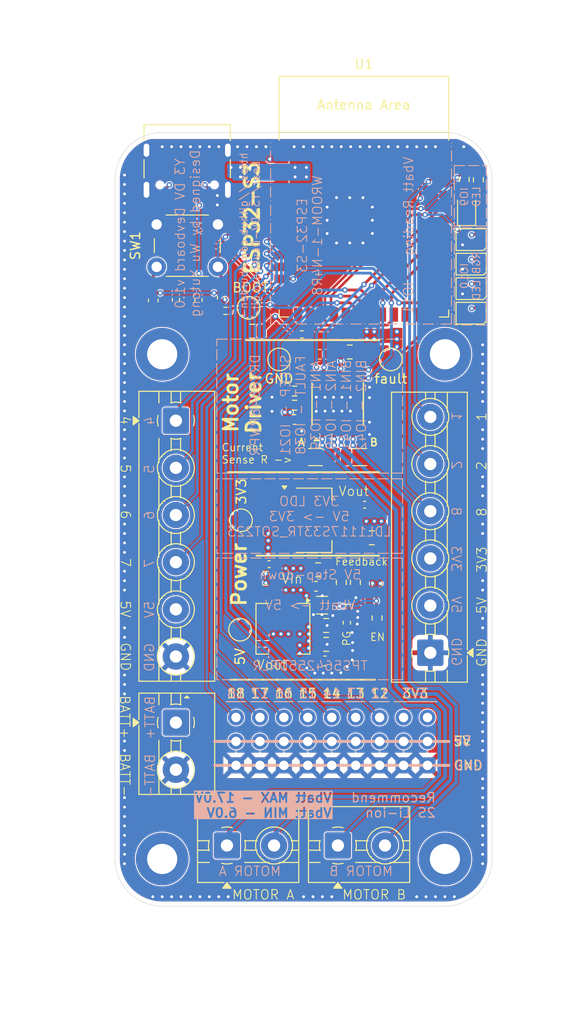
<source format=kicad_pcb>
(kicad_pcb (version 20241229) (generator "pcbnew") (generator_version "9.0")
  (layers (0 "F.Cu" signal) (4 "In1.Cu" signal) (6 "In2.Cu" signal) (2 "B.Cu" signal) (13 "F.Paste" user) (15 "B.Paste" user) (5 "F.SilkS" user "F.Silkscreen") (7 "B.SilkS" user "B.Silkscreen") (1 "F.Mask" user) (3 "B.Mask" user) (25 "Edge.Cuts" user))
  (net 0 "")
  (net 1 "GND")
  (net 2 "/DRV8848/Vref")
  (net 3 "+BATT")
  (net 4 "Net-(U1-EN)")
  (net 5 "+3V3")
  (net 6 "+5V")
  (net 7 "Net-(U4-VFB)")
  (net 8 "/IO11")
  (net 9 "Net-(D1-DOUT)")
  (net 10 "Net-(D2-DOUT)")
  (net 11 "Net-(D3-DOUT)")
  (net 12 "Net-(D4-A)")
  (net 13 "Net-(J1-CC2)")
  (net 14 "/ESP32 S3/D+")
  (net 17 "Net-(J1-CC1)")
  (net 18 "/ESP32 S3/D-")
  (net 19 "/IO8")
  (net 20 "/IO7")
  (net 21 "/IO4")
  (net 22 "/IO2")
  (net 23 "/IO1")
  (net 24 "/IO6")
  (net 25 "/IO5")
  (net 26 "/IO18")
  (net 27 "/DRV8848/AOUT2")
  (net 28 "/DRV8848/AOUT1")
  (net 29 "/DRV8848/BOUT2")
  (net 30 "/DRV8848/BOUT1")
  (net 31 "/IO17")
  (net 32 "/IO16")
  (net 33 "/IO15")
  (net 34 "/IO14")
  (net 35 "/IO13")
  (net 36 "/IO12")
  (net 39 "/IO42")
  (net 40 "/IO41")
  (net 42 "Net-(U1-GPIO0{slash}BOOT)")
  (net 43 "/IO39")
  (net 46 "/IO21")
  (net 47 "/IO38")
  (net 48 "/IO9")
  (net 50 "/IO40")
  (net 55 "/IO10")
  (net 56 "Net-(U2-BISEN)")
  (net 57 "Net-(U2-AISEN)")
  (net 58 "Net-(U4-SW)")
  (net 59 "Net-(U4-VBST)")
  (net 60 "Net-(U4-EN)")
  (footprint "Inductor_SMD:L_Changjiang_FXL0530" (layer "F.Cu") (at 182.31 115.1 -90)
    (property "Reference" "L2")
    (property "Value" "4.7uH")
  )
  (footprint "CustomConnector:PinHeader_1x03_P2.54mm_Vertical_0Yard" (layer "F.Cu") (at 197.65 129.58 180)
    (property "Reference" "J13" (hide yes))
    (property "Value" "Conn_01x03_Pin")
  )
  (footprint "CustomConnector:PinHeader_1x03_P2.54mm_Vertical_0Yard" (layer "F.Cu") (at 190.03 129.58 180)
    (property "Reference" "J10")
    (property "Value" "Conn_01x03_Pin")
  )
  (footprint "TestPoint:TestPoint_Pad_D2.0mm" (layer "F.Cu") (at 193.75 86.55)
    (property "Reference" "TP5")
    (property "Value" "fault")
  )
  (footprint "TerminalBlock:TerminalBlock_MaiXu_MX126-5.0-06P_1x06_P5.00mm" (layer "F.Cu") (at 197.95 117.64 90)
    (property "Reference" "J16" (hide yes))
    (property "Value" "Screw_Terminal_01x06")
  )
  (footprint "TerminalBlock:TerminalBlock_MaiXu_MX126-5.0-02P_1x02_P5.00mm" (layer "F.Cu") (at 170.95 125.04 -90)
    (property "Reference" "J14" (hide yes))
    (property "Value" "Screw_Terminal_01x02")
  )
  (footprint "Connector_USB:USB_C_Receptacle_G-Switch_GT-USB-7010ASV" (layer "F.Cu") (at 172.15 65.445 180)
    (property "Reference" "J1")
    (property "Value" "USB_C_Receptacle_USB2.0_16P")
  )
  (footprint "CustomConnector:PinHeader_1x03_P2.54mm_Vertical_0Yard" (layer "F.Cu") (at 179.87 129.58 180)
    (property "Reference" "J6")
    (property "Value" "Conn_01x03_Pin")
  )
  (footprint "Package_SO:TSSOP-16-1EP_4.4x5mm_P0.65mm" (layer "F.Cu") (at 188.1225 91.2925 90)
    (property "Reference" "U2" (hide yes))
    (property "Value" "DRV8848")
  )
  (footprint "Resistor_SMD:R_0603_1608Metric" (layer "F.Cu") (at 188.5 110.175 -90)
    (property "Reference" "R21")
    (property "Value" "30K")
  )
  (footprint "Resistor_SMD:R_0603_1608Metric" (layer "F.Cu") (at 183.55 89.9 180)
    (property "Reference" "R6")
    (property "Value" "1K")
  )
  (footprint "Resistor_SMD:R_0603_1608Metric" (layer "F.Cu") (at 192.3 113.9625 -90)
    (property "Reference" "R18")
    (property "Value" "30K")
  )
  (footprint "MountingHole:MountingHole_3.2mm_M3_DIN965_Pad" (layer "F.Cu") (at 199.5 86)
    (property "Reference" "REF**")
    (property "Value" "MountingHole_3.2mm_M3_DIN965_Pad")
  )
  (footprint "CustomConnector:PinHeader_1x03_P2.54mm_Vertical_0Yard" (layer "F.Cu") (at 177.33 129.58 180)
    (property "Reference" "J3")
    (property "Value" "Conn_01x03_Pin")
  )
  (footprint "Package_TO_SOT_SMD:SOT-223-3_TabPin2" (layer "F.Cu") (at 185.6 103.6)
    (property "Reference" "U3" (hide yes))
    (property "Value" "LDL1117S33TR_SOT223" (hide yes))
  )
  (footprint "Resistor_SMD:R_0402_1005Metric" (layer "F.Cu") (at 173.35 80.24 -90)
    (property "Reference" "R16")
    (property "Value" "5K1")
  )
  (footprint "LED_SMD:LED_WS2812B-2020_PLCC4_2.0x2.0mm" (layer "F.Cu") (at 202.28 76.4475 180)
    (property "Reference" "D2")
    (property "Value" "WS2812C-2020-V1")
  )
  (footprint "Capacitor_SMD:C_0805_2012Metric" (layer "F.Cu") (at 186.9 114.75)
    (property "Reference" "C15")
    (property "Value" "22uF")
  )
  (footprint "Resistor_SMD:R_1206_3216Metric" (layer "F.Cu") (at 190.4725 96.9 180)
    (property "Reference" "R2")
    (property "Value" "500m")
  )
  (footprint "LED_SMD:LED_WS2812B-2020_PLCC4_2.0x2.0mm" (layer "F.Cu") (at 202.28 81.6475 180)
    (property "Reference" "D5")
    (property "Value" "WS2812C-2020-V1")
  )
  (footprint "Resistor_SMD:R_1206_3216Metric" (layer "F.Cu") (at 185.7675 96.9)
    (property "Reference" "R1")
    (property "Value" "500m")
  )
  (footprint "CustomConnector:PinHeader_1x03_P2.54mm_Vertical_0Yard" (layer "F.Cu") (at 192.57 129.58 180)
    (property "Reference" "J11")
    (property "Value" "Conn_01x03_Pin")
  )
  (footprint "MountingHole:MountingHole_3.2mm_M3_DIN965_Pad" (layer "F.Cu") (at 169.5 86)
    (property "Reference" "REF**")
    (property "Value" "MountingHole_3.2mm_M3_DIN965_Pad")
  )
  (footprint "TestPoint:TestPoint_Pad_D2.0mm" (layer "F.Cu") (at 177.76 115.2)
    (property "Reference" "TP2")
    (property "Value" "5V")
  )
  (footprint "TerminalBlock:TerminalBlock_MaiXu_MX126-5.0-02P_1x02_P5.00mm" (layer "F.Cu") (at 188.14 138.07)
    (property "Reference" "J5")
    (property "Value" "Screw_Terminal_01x02")
  )
  (footprint "CustomConnector:PinHeader_1x03_P2.54mm_Vertical_0Yard" (layer "F.Cu") (at 184.95 129.58 180)
    (property "Reference" "J8")
    (property "Value" "Conn_01x03_Pin")
  )
  (footprint "TestPoint:TestPoint_Pad_D2.0mm" (layer "F.Cu") (at 181.9 86.55)
    (property "Reference" "TP3")
    (property "Value" "GND")
  )
  (footprint "Package_TO_SOT_SMD:SOT-563" (layer "F.Cu") (at 186.4675 112.6)
    (property "Reference" "U4")
    (property "Value" "TPS564255DRLR")
  )
  (footprint "TestPoint:TestPoint_Pad_D2.0mm" (layer "F.Cu") (at 177.86 103.6 180)
    (property "Reference" "TP4" (hide yes))
    (property "Value" "3V3")
  )
  (footprint "Capacitor_SMD:C_0402_1005Metric" (layer "F.Cu") (at 180.84 108.25 180)
    (property "Reference" "C4")
    (property "Value" "1uF")
  )
  (footprint "Capacitor_SMD:C_0805_2012Metric" (layer "F.Cu") (at 186.05 108.85)
    (property "Reference" "C12")
    (property "Value" "10uF")
  )
  (footprint "Capacitor_SMD:C_0603_1608Metric" (layer "F.Cu") (at 186.225 86)
    (property "Reference" "C1")
    (property "Value" "2.2uF")
  )
  (footprint "Resistor_SMD:R_0603_1608Metric" (layer "F.Cu") (at 190 110.175 90)
    (property "Reference" "R20")
    (property "Value" "220K")
  )
  (footprint "Capacitor_SMD:C_0805_2012Metric" (layer "F.Cu") (at 186.9 116.75)
    (property "Reference" "C16")
    (property "Value" "22uF")
  )
  (footprint "CustomConnector:PinHeader_1x03_P2.54mm_Vertical_0Yard" (layer "F.Cu") (at 187.49 129.58 180)
    (property "Reference" "J9")
    (property "Value" "Conn_01x03_Pin")
  )
  (footprint "Resistor_SMD:R_0603_1608Metric" (layer "F.Cu") (at 183.55 91.4)
    (property "Reference" "R4")
    (property "Value" "4K2")
  )
  (footprint "Capacitor_SMD:C_0805_2012Metric" (layer "F.Cu") (at 180.47 109.75 180)
    (property "Reference" "C6")
    (property "Value" "10uF")
  )
  (footprint "Resistor_SMD:R_0603_1608Metric" (layer "F.Cu") (at 192.3 110.3375 -90)
    (property "Reference" "R17")
    (property "Value" "113K")
  )
  (footprint "TerminalBlock:TerminalBlock_MaiXu_MX126-5.0-02P_1x02_P5.00mm" (layer "F.Cu") (at 176.37 138.07)
    (property "Reference" "J4")
    (property "Value" "Screw_Terminal_01x02" (hide yes))
  )
  (footprint "LED_SMD:LED_0805_2012Metric" (layer "F.Cu") (at 201.8 70.675 90)
    (property "Reference" "D4")
    (property "Value" "LED")
  )
  (footprint "MountingHole:MountingHole_3.2mm_M3_DIN965_Pad" (layer "F.Cu") (at 199.5 139.5)
    (property "Reference" "REF")
    (property "Value" "MountingHole_3.2mm_M3_DIN965_Pad")
  )
  (footprint "Capacitor_SMD:C_0805_2012Metric" (layer "F.Cu") (at 189.4 85.76 180)
    (property "Reference" "C2")
    (property "Value" "10uF")
  )
  (footprint "Capacitor_SMD:C_0402_1005Metric" (layer "F.Cu") (at 190.98 101.95)
    (property "Reference" "C5")
    (property "Value" "1uF" (hide yes))
  )
  (footprint "LED_SMD:LED_WS2812B-2020_PLCC4_2.0x2.0mm" (layer "F.Cu") (at 202.28 79.0475 180)
    (property "Reference" "D3")
    (property "Value" "WS2812C-2020-V1")
  )
  (footprint "Resistor_SMD:R_0402_1005Metric" (layer "F.Cu") (at 170.95 80.24 -90)
    (property "Reference" "R15")
    (property "Value" "5K1")
  )
  (footprint "CustomConnector:PinHeader_1x03_P2.54mm_Vertical_0Yard" (layer "F.Cu") (at 182.41 129.58 180)
    (property "Reference" "J7")
    (property "Value" "Conn_01x03_Pin")
  )
  (footprint "LED_SMD:LED_WS2812B-2020_PLCC4_2.0x2.0mm" (layer "F.Cu") (at 202.28 73.8475 180)
    (property "Reference" "D1")
    (property "Value" "WS2812C-2020-V1")
  )
  (footprint "PCM_Espressif:ESP32-S3-WROOM-1" (layer "F.Cu") (at 190.9 72.3)
    (property "Reference" "U1")
    (property "Value" "ESP32-S3-WROOM-1")
  )
  (footprint "TerminalBlock:TerminalBlock_MaiXu_MX126-5.0-06P_1x06_P5.00mm" (layer "F.Cu") (at 170.95 93.04 -90)
    (property "Reference" "J15" (hide yes))
    (property "Value" "Screw_Terminal_01x06")
  )
  (footprint "Button_Switch_THT:SW_PUSH_6mm" (layer "F.Cu") (at 168.91 72.24)
    (property "Reference" "SW1")
    (property "Value" "RESET")
  )
  (footprint "Capacitor_SMD:C_0805_2012Metric" (layer "F.Cu") (at 179.06 83.56 180)
    (property "Reference" "C11")
    (property "Value" "10uF")
  )
  (footprint "Resistor_SMD:R_0603_1608Metric" (layer "F.Cu") (at 203.05 67.5 -90)
    (property "Reference" "R9")
    (property "Value" "1K")
  )
  (footprint "Resistor_SMD:R_0402_1005Metric" (layer "F.Cu") (at 176.19 81.4)
    (property "Reference" "R14")
    (property "Value" "5K1")
  )
  (footprint "Resistor_SMD:R_0603_1608Metric" (layer "F.Cu") (at 201.55 67.475 -90)
    (property "Reference" "R8")
    (property "Value" "1K")
  )
  (footprint "MountingHole:MountingHole_3.2mm_M3_DIN965_Pad" (layer "F.Cu") (at 169.5 139.5)
    (property "Reference" "REF**")
    (property "Value" "MountingHole_3.2mm_M3_DIN965_Pad")
  )
  (footprint "Resistor_SMD:R_0402_1005Metric" (layer "F.Cu") (at 184.31 83.9)
    (property "Reference" "R3")
    (property "Value" "5K1")
  )
  (footprint "Resistor_SMD:R_0402_1005Metric" (layer "F.Cu") (at 189.1 114.46 -90)
    (property "Reference" "R19")
    (property "Value" "5K1")
  )
  (footprint "Capacitor_SMD:C_0402_1005Metric" (layer "F.Cu") (at 189.35 112.58 90)
    (property "Reference" "C14")
    (property "Value" "10pF")
  )
  (footprint "TestPoint:TestPoint_Pad_D2.0mm" (layer "F.Cu") (at 178.67 81.0775)
    (property "Reference" "TP1")
    (property "Value" "TestPoint")
  )
  (footprint "Resistor_SMD:R_0402_1005Metric" (layer "F.Cu") (at 175.74 80 90)
    (property "Reference" "R13")
    (property "Value" "5K1")
  )
  (footprint "Capacitor_SMD:C_0603_1608Metric" (layer "F.Cu") (at 185.815 110.6)
    (property "Reference" "C13")
    (property "Value" "100nF")
  )
  (footprint "Capacitor_SMD:C_0603_1608Metric" (layer "F.Cu") (at 168.55 80.3 -90)
    (property "Reference" "C10")
    (property "Value" "2.2uF")
  )
  (footprint "Capacitor_SMD:C_0603_1608Metric" (layer "F.Cu") (at 183.545 92.915 180)
    (property "Reference" "C3")
    (property "Value" "100nF")
  )
  (footprint "Capacitor_SMD:C_0603_1608Metric" (layer "F.Cu") (at 186.775 118.5)
    (property "Reference" "C17")
    (property "Value" "100nF")
  )
  (footprint "Capacitor_SMD:C_0805_2012Metric" (layer "F.Cu") (at 191.74 105.46)
    (property "Reference" "C7")
    (property "Value" "10uF")
  )
  (footprint "CustomConnector:PinHeader_1x03_P2.54mm_Vertical_0Yard" (layer "F.Cu") (at 195.11 129.58 180)
    (property "Reference" "J12")
    (property "Value" "Conn_01x03_Pin")
  )
  (gr_line (start 191.55 122.8275) (end 193.55 122.8275) (stroke (width 0.1)) (layer "F.SilkS"))
  (gr_line (start 183.93 122.8275) (end 185.93 122.8275) (stroke (width 0.1)) (layer "F.SilkS"))
  (gr_line (start 194.09 122.8275) (end 198.63 122.8275) (stroke (width 0.1)) (layer "F.SilkS"))
  (gr_line (start 176.31 122.8275) (end 178.31 122.8275) (stroke (width 0.1)) (layer "F.SilkS"))
  (gr_poly (pts (xy 172.11 122.209061) (xy 171.86 122.434061) (xy 172.36 122.434061)) (stroke (width 0.1)) (fill yes) (layer "F.SilkS"))
  (gr_line (start 199.92 129.58) (end 175.06 129.58) (stroke (width 0.3)) (layer "F.SilkS"))
  (gr_line (start 199.92 127.04) (end 175.06 127.04) (stroke (width 0.3)) (layer "F.SilkS"))
  (gr_line (start 186.47 122.8275) (end 188.47 122.8275) (stroke (width 0.1)) (layer "F.SilkS"))
  (gr_line (start 176.5 98.5) (end 192.5 98.5) (stroke (width 0.2)) (layer "F.SilkS"))
  (gr_line (start 181.39 122.8275) (end 183.39 122.8275) (stroke (width 0.1)) (layer "F.SilkS"))
  (gr_line (start 178.85 122.8275) (end 180.85 122.8275) (stroke (width 0.1)) (layer "F.SilkS"))
  (gr_line (start 176.71 120.5) (end 192.065 120.5) (stroke (width 0.2)) (layer "F.SilkS"))
  (gr_line (start 178.4 84.5) (end 192.53 84.5) (stroke (width 0.2)) (layer "F.SilkS"))
  (gr_line (start 189.01 122.8275) (end 191.01 122.8275) (stroke (width 0.1)) (layer "F.SilkS"))
  (gr_line (start 179.5 107.35) (end 192.51 107.35) (stroke (width 0.2)) (layer "F.SilkS"))
  (gr_line (start 195 107.6) (end 175.3 107.6) (stroke (width 0.1) (type dash)) (layer "B.SilkS"))
  (gr_line (start 195 99.2) (end 195 107.1) (stroke (width 0.1) (type dash)) (layer "B.SilkS"))
  (gr_line (start 198.63 122.8275) (end 194.09 122.8275) (stroke (width 0.1)) (layer "B.SilkS"))
  (gr_line (start 200.5 66) (end 200.5 72.4) (stroke (width 0.1) (type dash)) (layer "B.SilkS"))
  (gr_line (start 203.9 72.6) (end 203.9 82.9) (stroke (width 0.1) (type dash)) (layer "B.SilkS"))
  (gr_line (start 195 120.5) (end 175.3 120.5) (stroke (width 0.1) (type dash)) (layer "B.SilkS"))
  (gr_line (start 175.3 84.4) (end 195 84.4) (stroke (width 0.1) (type dash)) (layer "B.SilkS"))
  (gr_line (start 175.06 127.04) (end 199.92 127.04) (stroke (width 0.3)) (layer "B.SilkS"))
  (gr_line (start 183.43 122.8275) (end 181.43 122.8275) (stroke (width 0.1)) (layer "B.SilkS"))
  (gr_line (start 175.06 129.58) (end 199.92 129.58) (stroke (width 0.3)) (layer "B.SilkS"))
  (gr_line (start 175.3 98.6) (end 175.3 84.4) (stroke (width 0.1) (type dash)) (layer "B.SilkS"))
  (gr_line (start 200.5 82.9) (end 200.5 72.6) (stroke (width 0.1) (type dash)) (layer "B.SilkS"))
  (gr_line (start 175.3 107.6) (end 175.3 120.5) (stroke (width 0.1) (type dash)) (layer "B.SilkS"))
  (gr_line (start 175.3 99.2) (end 175.3 107.1) (stroke (width 0.1) (type dash)) (layer "B.SilkS"))
  (gr_line (start 195 99.2) (end 175.3 99.2) (stroke (width 0.1) (type dash)) (layer "B.SilkS"))
  (gr_line (start 203.9 72.6) (end 200.5 72.6) (stroke (width 0.1) (type dash)) (layer "B.SilkS"))
  (gr_line (start 203.9 72.4) (end 200.5 72.4) (stroke (width 0.1) (type dash)) (layer "B.SilkS"))
  (gr_line (start 195 107.6) (end 195 120.5) (stroke (width 0.1) (type dash)) (layer "B.SilkS"))
  (gr_line (start 203.9 82.9) (end 200.5 82.9) (stroke (width 0.1) (type dash)) (layer "B.SilkS"))
  (gr_line (start 185.97 122.8275) (end 183.97 122.8275) (stroke (width 0.1)) (layer "B.SilkS"))
  (gr_line (start 178.35 122.8275) (end 176.35 122.8275) (stroke (width 0.1)) (layer "B.SilkS"))
  (gr_line (start 195 98.6) (end 175.3 98.6) (stroke (width 0.1) (type dash)) (layer "B.SilkS"))
  (gr_line (start 195 107.1) (end 175.3 107.1) (stroke (width 0.1) (type dash)) (layer "B.SilkS"))
  (gr_line (start 203.9 66) (end 203.9 72.4) (stroke (width 0.1) (type dash)) (layer "B.SilkS"))
  (gr_line (start 191.05 122.8275) (end 189.05 122.8275) (stroke (width 0.1)) (layer "B.SilkS"))
  (gr_line (start 188.51 122.8275) (end 186.51 122.8275) (stroke (width 0.1)) (layer "B.SilkS"))
  (gr_line (start 195 84.4) (end 195 98.6) (stroke (width 0.1) (type dash)) (layer "B.SilkS"))
  (gr_line (start 200.2 82.8) (end 181 82.8) (stroke (width 0.1) (type dash_dot)) (layer "B.SilkS"))
  (gr_line (start 180.89 122.8275) (end 178.89 122.8275) (stroke (width 0.1)) (layer "B.SilkS"))
  (gr_line (start 181 82.8) (end 181 63.6) (stroke (width 0.1) (type dash_dot)) (layer "B.SilkS"))
  (gr_line (start 193.59 122.8275) (end 191.59 122.8275) (stroke (width 0.1)) (layer "B.SilkS"))
  (gr_line (start 200.2 82.8) (end 200.2 63.6) (stroke (width 0.1) (type dash_dot)) (layer "B.SilkS"))
  (gr_line (start 200.5 66) (end 203.9 66) (stroke (width 0.1) (type dash)) (layer "B.SilkS"))
  (gr_arc (start 199.5 62.5) (mid 203.035534 63.964466) (end 204.5 67.5) (stroke (width 0.05)) (layer "Edge.Cuts"))
  (gr_line (start 199.5 144.5) (end 169.5 144.5) (stroke (width 0.05)) (layer "Edge.Cuts"))
  (gr_arc (start 169.5 144.5) (mid 165.964466 143.035534) (end 164.5 139.5) (stroke (width 0.05)) (layer "Edge.Cuts"))
  (gr_line (start 204.5 67.5) (end 204.5 139.5) (stroke (width 0.05)) (layer "Edge.Cuts"))
  (gr_line (start 164.5 139.5) (end 164.5 67.5) (stroke (width 0.05)) (layer "Edge.Cuts"))
  (gr_arc (start 204.5 139.5) (mid 203.035534 143.035534) (end 199.5 144.5) (stroke (width 0.05)) (layer "Edge.Cuts"))
  (gr_line (start 169.5 62.5) (end 199.5 62.5) (stroke (width 0.05)) (layer "Edge.Cuts"))
  (gr_arc (start 164.5 67.5) (mid 165.964466 63.964466) (end 169.5 62.5) (stroke (width 0.05)) (layer "Edge.Cuts"))
  (gr_text "PG" (at 189.55 117 90) (layer "F.SilkS") (effects (font (size 0.8 0.8) (thickness 0.1)) (justify left bottom)))
  (gr_text "Motor\nDriver" (at 178 91.15 90) (layer "F.SilkS") (effects (font (size 1.5 1.5) (thickness 0.3) (bold yes))))
  (gr_text "12" (at 192.57 121.96 0) (layer "F.SilkS") (effects (font (size 1 1))))
  (gr_text "15" (at 184.95 121.96 0) (layer "F.SilkS") (effects (font (size 1 1))))
  (gr_text "Current \nSense R ->" (at 175.75 96.525 0) (layer "F.SilkS") (effects (font (size 0.8 0.8) (thickness 0.1)) (justify left)))
  (gr_text "ESP32-S3" (at 179.05 71.5675 90) (layer "F.SilkS") (effects (font (size 1.5 1.5) (thickness 0.3) (bold yes))))
  (gr_text "3V3" (at 204.0075 109.205 90) (layer "F.SilkS") (effects (font (size 1 1) (thickness 0.1)) (justify left bottom)))
  (gr_text "7" (at 165.0175 107.54 270) (layer "F.SilkS") (effects (font (size 1 1) (thickness 0.1)) (justify left bottom)))
  (gr_text "4\n" (at 164.9875 92.46 270) (layer "F.SilkS") (effects (font (size 1 1) (thickness 0.1)) (justify left bottom)))
  (gr_text "Vin" (at 182.1 110.4 0) (layer "F.SilkS") (effects (font (size 1 1) (thickness 0.1)) (justify left bottom)))
  (gr_text "MOTOR B" (at 191.99 143.2875 0) (layer "F.SilkS") (effects (font (size 1 1) (thickness 0.1))))
  (gr_text "1" (at 203.9775 93.165 90) (layer "F.SilkS") (effects (font (size 1 1) (thickness 0.1)) (justify left bottom)))
  (gr_text "A" (at 183.825 95.8 0) (layer "F.SilkS") (effects (font (size 0.8 0.8) (thickness 0.16) (bold yes)) (justify left bottom)))
  (gr_text "Feedback" (at 187.8 108.45 0) (layer "F.SilkS") (effects (font (size 0.8 0.8) (thickness 0.1)) (justify left bottom)))
  (gr_text "EN" (at 191.5 116.45 0) (layer "F.SilkS") (effects (font (size 0.8 0.8) (thickness 0.1)) (justify left bottom)))
  (gr_text "18" (at 177.33 121.96 0) (layer "F.SilkS") (effects (font (size 1 1))))
  (gr_text "GND" (at 201.96 129.5775 0) (layer "F.SilkS") (effects (font (size 1 1))))
  (gr_text "17" (at 179.87 121.96 0) (layer "F.SilkS") (effects (font (size 1 1))))
  (gr_text "B" (at 191.45 95.8 0) (layer "F.SilkS") (effects (font (size 0.8 0.8) (thickness 0.16) (bold yes)) (justify left bottom)))
  (gr_text "5V" (at 165.0075 112.05 270) (layer "F.SilkS") (effects (font (size 1 1) (thickness 0.1)) (justify left bottom)))
  (gr_text "BATT+  BATT-\n" (at 165.54 127.5375 270) (layer "F.SilkS") (effects (font (size 1 1) (thickness 0.1))))
  (gr_text "BOOT" (at 178.88 78.9375 0) (layer "F.SilkS") (effects (font (size 1 1) (thickness 0.125))))
  (gr_text "5V" (at 203.9875 113.585 90) (layer "F.SilkS") (effects (font (size 1 1) (thickness 0.1)) (justify left bottom)))
  (gr_text "Power" (at 177.66 109.35 90) (layer "F.SilkS") (effects (font (size 1.5 1.5) (thickness 0.3) (bold yes))))
  (gr_text "3V3" (at 196.34 122.5375 0) (layer "F.SilkS") (effects (font (size 1 1)) (justify bottom)))
  (gr_text "GND" (at 203.9875 119.205 90) (layer "F.SilkS") (effects (font (size 1 1) (thickness 0.1)) (justify left bottom)))
  (gr_text "14" (at 187.49 121.96 0) (layer "F.SilkS") (effects (font (size 1 1))))
  (gr_text "GND" (at 165.0175 116.48 270) (layer "F.SilkS") (effects (font (size 1 1) (thickness 0.1)) (justify left bottom)))
  (gr_text "2" (at 203.9775 98.355 90) (layer "F.SilkS") (effects (font (size 1 1) (thickness 0.1)) (justify left bottom)))
  (gr_text "16" (at 182.41 121.96 0) (layer "F.SilkS") (effects (font (size 1 1))))
  (gr_text "5V" (at 201.32 127.0375 0) (layer "F.SilkS") (effects (font (size 1 1))))
  (gr_text "13" (at 190.03 121.96 0) (layer "F.SilkS") (effects (font (size 1 1))))
  (gr_text "8" (at 203.9975 103.275 90) (layer "F.SilkS") (effects (font (size 1 1) (thickness 0.1)) (justify left bottom)))
  (gr_text "5" (at 165.0175 97.58 270) (layer "F.SilkS") (effects (font (size 1 1) (thickness 0.1)) (justify left bottom)))
  (gr_text "MOTOR A" (at 180.22 143.2875 0) (layer "F.SilkS") (effects (font (size 1 1) (thickness 0.1))))
  (gr_text "6" (at 165.0175 102.47 270) (layer "F.SilkS") (effects (font (size 1 1) (thickness 0.1)) (justify left bottom)))
  (gr_text "Vout" (at 179.45 119.5 0) (layer "F.SilkS") (effects (font (size 1 1) (thickness 0.1)) (justify left bottom)))
  (gr_text "Vout" (at 188.15 101.1 0) (layer "F.SilkS") (effects (font (size 1 1) (thickness 0.1)) (justify left bottom)))
  (gr_text "4\n" (at 168.7565 92.5225 -270) (layer "B.SilkS") (effects (font (size 1 1) (thickness 0.1)) (justify left bottom mirror)))
  (gr_text "BATT+  BATT-\n" (at 168.204 127.6 -270) (layer "B.SilkS") (effects (font (size 1 1) (thickness 0.1)) (justify mirror)))
  (gr_text "3V3" (at 196.38 122.5375 -0) (layer "B.SilkS") (effects (font (size 1 1)) (justify bottom mirror)))
  (gr_text "5V Step-down\n\nVbatt -> 5V\n\n\n\nTPS564255DRLR" (at 185.2 114.2 0) (layer "B.SilkS") (effects (font (size 1 1) (thickness 0.1)) (justify mirror)))
  (gr_text "3V3 LDO\n5V -> 3V3\nLDL1117S33TR_SOT223" (at 185.1 103.2 0) (layer "B.SilkS") (effects (font (size 1 1) (thickness 0.1)) (justify mirror)))
  (gr_text "GND" (at 200.121 119.13 -90) (layer "B.SilkS") (effects (font (size 1 1) (thickness 0.1)) (justify left bottom mirror)))
  (gr_text "1" (at 200.131 93.09 270) (layer "B.SilkS") (effects (font (size 1 1) (thickness 0.1)) (justify left bottom mirror)))
  (gr_text "IO10\nRGB LED" (at 202.2 77.7 90) (layer "B.SilkS") (effects (font (size 0.8 0.8) (thickness 0.1)) (justify mirror)))
  (gr_text "MOTOR A" (at 178.8 140.8 -0) (layer "B.SilkS") (effects (font (size 1 1) (thickness 0.1)) (justify mirror)))
  (gr_text "6" (at 168.7265 102.5325 -270) (layer "B.SilkS") (effects (font (size 1 1) (thickness 0.1)) (justify left bottom mirror)))
  (gr_text "ESP32-S3\nWROOM-1-N4R8\n\n\n\n\n\nVbatt Reading - IO11" (at 190 73.4 90) (layer "B.SilkS") (effects (font (size 1 1) (thickness 0.1)) (justify mirror)))
  (gr_text "GND" (at 168.7265 116.5425 -270) (layer "B.SilkS") (effects (font (size 1 1) (thickness 0.1)) (justify left bottom mirror)))
  (gr_text "MOTOR B" (at 190.6 140.8 -0) (layer "B.SilkS") (effects (font (size 1 1) (thickness 0.1)) (justify mirror)))
  (gr_text "5" (at 168.7265 97.6425 -270) (layer "B.SilkS") (effects (font (size 1 1) (thickness 0.1)) (justify left bottom mirror)))
  (gr_text "5V" (at 168.7365 112.1125 -270) (layer "B.SilkS") (effects (font (size 1 1) (thickness 0.1)) (justify left bottom mirror)))
  (gr_text "5V" (at 201.4 127 -0) (layer "B.SilkS") (effects (font (size 1 1)) (justify mirror)))
  (gr_text "8" (at 200.111 103.2 -90) (layer "B.SilkS") (effects (font (size 1 1) (thickness 0.1)) (justify left bottom mirror)))
  (gr_text "16" (at 182.41 121.96 -0) (layer "B.SilkS") (effects (font (size 1 1)) (justify mirror)))
  (gr_text "15" (at 184.95 121.96 -0) (layer "B.SilkS") (effects (font (size 1 1)) (justify mirror)))
  (gr_text "Y3 DV Devboard v1.0\nDesigned by Wu Yutong" (at 172.2 73.2 90) (layer "B.SilkS") (effects (font (size 1 1) (thickness 0.1)) (justify mirror)))
  (gr_text "7" (at 168.7265 107.6025 -270) (layer "B.SilkS") (effects (font (size 1 1) (thickness 0.1)) (justify left bottom mirror)))
  (gr_text "17" (at 179.87 121.96 -0) (layer "B.SilkS") (effects (font (size 1 1)) (justify mirror)))
  (gr_text "3V3" (at 200.101 109.13 -90) (layer "B.SilkS") (effects (font (size 1 1) (thickness 0.1)) (justify left bottom mirror)))
  (gr_text "18" (at 177.33 121.96 -0) (layer "B.SilkS") (effects (font (size 1 1)) (justify mirror)))
  (gr_text "5V" (at 200.121 113.51 -90) (layer "B.SilkS") (effects (font (size 1 1) (thickness 0.1)) (justify left bottom mirror)))
  (gr_text "14" (at 187.49 121.96 -0) (layer "B.SilkS") (effects (font (size 1 1)) (justify mirror)))
  (gr_text "2" (at 200.131 98.28 -90) (layer "B.SilkS") (effects (font (size 1 1) (thickness 0.1)) (justify left bottom mirror)))
  (gr_text "Recommend \n2S Li-ion \n" (at 198.6 133.8 0) (layer "B.SilkS") (effects (font (size 1 1) (thickness 0.125)) (justify left mirror)))
  (gr_text "IO9\nLED" (at 202.2 69.3 90) (layer "B.SilkS") (effects (font (size 0.8 0.8) (thickness 0.1)) (justify mirror)))
  (gr_text "DRV8848PWPR\n\nSLEEP - IO21\nFAULT - IO38\nAIN1 - IO39\nAIN2 - IO40\nBIN1 - IO41\nBIN2 - IO42" (at 185 91.4 90) (layer "B.SilkS") (effects (font (size 1 1) (thickness 0.1)) (justify mirror)))
  (gr_text "GND" (at 202 129.6 -0) (layer "B.SilkS") (effects (font (size 1 1)) (justify mirror)))
  (gr_text "13" (at 190.03 121.96 -0) (layer "B.SilkS") (effects (font (size 1 1)) (justify mirror)))
  (gr_text "https://github.com/burden-\nbear/Y3-DV-Devboard.git" (at 178.8 73.4 90) (layer "B.SilkS") (effects (font (size 0.8 0.8) (thickness 0.1)) (justify mirror)))
  (gr_text "12" (at 192.57 121.96 -0) (layer "B.SilkS") (effects (font (size 1 1)) (justify mirror)))
  (gr_text "Vbatt MAX - 17.0V\nVbatt MIN - 6.0V" (at 187.6 135.2 0) (layer "B.SilkS" knockout) (effects (font (size 1 1) (thickness 0.2) (bold yes)) (justify left bottom mirror)))
  (via (at 203.5 90) (size 0.6) (drill 0.3) (layers "F.Cu" "B.Cu") (net 1))
  (via (at 190.8 74.2) (size 0.6) (drill 0.3) (layers "F.Cu" "B.Cu") (net 1))
  (via (at 191.8 70.4) (size 0.6) (drill 0.3) (layers "F.Cu" "B.Cu") (net 1))
  (via (at 179.5 64) (size 0.6) (drill 0.3) (layers "F.Cu" "B.Cu") (net 1))
  (via (at 203.5 88) (size 0.6) (drill 0.3) (layers "F.Cu" "B.Cu") (net 1))
  (via (at 201.365 74.3975) (size 0.6) (drill 0.3) (layers "F.Cu" "B.Cu") (net 1))
  (via (at 173.5 143.5) (size 0.6) (drill 0.3) (layers "F.Cu" "B.Cu") (net 1))
  (via (at 203.5 89) (size 0.6) (drill 0.3) (layers "F.Cu" "B.Cu") (net 1))
  (via (at 191.8 73.2) (size 0.6) (drill 0.3) (layers "F.Cu" "B.Cu") (net 1))
  (via (at 203.5 127) (size 0.6) (drill 0.3) (layers "F.Cu" "B.Cu") (net 1))
  (via (at 203.5 131) (size 0.6) (drill 0.3) (layers "F.Cu" "B.Cu") (net 1))
  (via (at 188.57 90.5575) (size 0.6) (drill 0.3) (layers "F.Cu" "B.Cu") (net 1))
  (via (at 173.5 64) (size 0.6) (drill 0.3) (layers "F.Cu" "B.Cu") (net 1))
  (via (at 203.5 125) (size 0.6) (drill 0.3) (layers "F.Cu" "B.Cu") (net 1))
  (via (at 190.5 64) (size 0.6) (drill 0.3) (layers "F.Cu" "B.Cu") (net 1))
  (via (at 165.5 78) (size 0.6) (drill 0.3) (layers "F.Cu" "B.Cu") (net 1))
  (via (at 165.5 73) (size 0.6) (drill 0.3) (layers "F.Cu" "B.Cu") (net 1))
  (via (at 183.5 64) (size 0.6) (drill 0.3) (layers "F.Cu" "B.Cu") (net 1))
  (via (at 165.5 80) (size 0.6) (drill 0.3) (layers "F.Cu" "B.Cu") (net 1))
  (via (at 169.5 143.5) (size 0.6) (drill 0.3) (layers "F.Cu" "B.Cu") (net 1))
  (via (at 187.675 90.5575) (size 0.6) (drill 0.3) (layers "F.Cu" "B.Cu") (net 1))
  (via (at 193.5 64) (size 0.6) (drill 0.3) (layers "F.Cu" "B.Cu") (net 1))
  (via (at 201.5 64) (size 0.6) (drill 0.3) (layers "F.Cu" "B.Cu") (net 1))
  (via (at 165.5 69) (size 0.6) (drill 0.3) (layers "F.Cu" "B.Cu") (net 1))
  (via (at 191.8 71.8) (size 0.6) (drill 0.3) (layers "F.Cu" "B.Cu") (net 1))
  (via (at 186.45 113.6) (size 0.6) (drill 0.3) (layers "F.Cu" "B.Cu") (net 1))
  (via (at 176.5 143.5) (size 0.6) (drill 0.3) (layers "F.Cu" "B.Cu") (net 1))
  (via (at 165.5 111) (size 0.6) (drill 0.3) (layers "F.Cu" "B.Cu") (net 1))
  (via (at 165.5 96) (size 0.6) (drill 0.3) (layers "F.Cu" "B.Cu") (net 1))
  (via (at 203.5 110) (size 0.6) (drill 0.3) (layers "F.Cu" "B.Cu") (net 1))
  (via (at 184.5 64) (size 0.6) (drill 0.3) (layers "F.Cu" "B.Cu") (net 1))
  (via (at 165.5 70) (size 0.6) (drill 0.3) (layers "F.Cu" "B.Cu") (net 1))
  (via (at 203.5 122) (size 0.6) (drill 0.3) (layers "F.Cu" "B.Cu") (net 1))
  (via (at 190.05 111.8) (size 0.6) (drill 0.3) (layers "F.Cu" "B.Cu") (net 1))
  (via (at 165.5 86) (size 0.6) (drill 0.3) (layers "F.Cu" "B.Cu") (net 1))
  (via (at 186.78 92.0275) (size 0.6) (drill 0.3) (layers "F.Cu" "B.Cu") (net 1))
  (via (at 185.85 90.55) (size 0.6) (drill 0.3) (layers "F.Cu" "B.Cu") (net 1))
  (via (at 165.5 94) (size 0.6) (drill 0.3) (layers "F.Cu" "B.Cu") (net 1))
  (via (at 181.15 92.05) (size 0.6) (drill 0.3) (layers "F.Cu" "B.Cu") (net 1))
  (via (at 189.4 69.4) (size 0.6) (drill 0.3) (layers "F.Cu" "B.Cu") (net 1))
  (via (at 192.5 64) (size 0.6) (drill 0.3) (layers "F.Cu" "B.Cu") (net 1))
  (via (at 188.46 119.76) (size 0.6) (drill 0.3) (layers "F.Cu" "B.Cu") (net 1))
  (via (at 186.5 64) (size 0.6) (drill 0.3) (layers "F.Cu" "B.Cu") (net 1))
  (via (at 165.5 74) (size 0.6) (drill 0.3) (layers "F.Cu" "B.Cu") (net 1))
  (via (at 203.5 101) (size 0.6) (drill 0.3) (layers "F.Cu" "B.Cu") (net 1))
  (via (at 187 116.75) (size 0.6) (drill 0.3) (layers "F.Cu" "B.Cu") (net 1))
  (via (at 203.5 137) (size 0.6) (drill 0.3) (layers "F.Cu" "B.Cu") (net 1))
  (via (at 196.5 143.5) (size 0.6) (drill 0.3) (layers "F.Cu" "B.Cu") (net 1))
  (via (at 165.5 97) (size 0.6) (drill 0.3) (layers "F.Cu" "B.Cu") (net 1))
  (via (at 203.5 128) (size 0.6) (drill 0.3) (layers "F.Cu" "B.Cu") (net 1))
  (via (at 203.5 94) (size 0.6) (drill 0.3) (layers "F.Cu" "B.Cu") (net 1))
  (via (at 172.5 143.5) (size 0.6) (drill 0.3) (layers "F.Cu" "B.Cu") (net 1))
  (via (at 187.6 113.7) (size 0.6) (drill 0.3) (layers "F.Cu" "B.Cu") (net 1))
  (via (at 190.25 113.25) (size 0.6) (drill 0.3) (layers "F.Cu" "B.Cu") (net 1))
  (via (at 189.7 117.4) (size 0.6) (drill 0.3) (layers "F.Cu" "B.Cu") (net 1))
  (via (at 171.5 64) (size 0.6) (drill 0.3) (layers "F.Cu" "B.Cu") (net 1))
  (via (at 175.5 143.5) (size 0.6) (drill 0.3) (layers "F.Cu" "B.Cu") (net 1))
  (via (at 190.2 114.6) (size 0.6) (drill 0.3) (layers "F.Cu" "B.Cu") (net 1))
  (via (at 195.5 64) (size 0.6) (drill 0.3) (layers "F.Cu" "B.Cu") (net 1))
  (via (at 203.5 86) (size 0.6) (drill 0.3) (layers "F.Cu" "B.Cu") (net 1))
  (via (at 203.5 114) (size 0.6) (drill 0.3) (layers "F.Cu" "B.Cu") (net 1))
  (via (at 191.5 90.6) (size 0.6) (drill 0.3) (layers "F.Cu" "B.Cu") (net 1))
  (via (at 186.59 119.8) (size 0.6) (drill 0.3) (layers "F.Cu" "B.Cu") (net 1))
  (via (at 178.5 64) (size 0.6) (drill 0.3) (layers "F.Cu" "B.Cu") (net 1))
  (via (at 186.49 111.6) (size 0.6) (drill 0.3) (layers "F.Cu" "B.Cu") (net 1))
  (via (at 185.5 143.5) (size 0.6) (drill 0.3) (layers "F.Cu" "B.Cu") (net 1))
  (via (at 165.5 116) (size 0.6) (drill 0.3) (layers "F.Cu" "B.Cu") (net 1))
  (via (at 203.5 138) (size 0.6) (drill 0.3) (layers "F.Cu" "B.Cu") (net 1))
  (via (at 174.5 143.5) (size 0.6) (drill 0.3) (layers "F.Cu" "B.Cu") (net 1))
  (via (at 165.5 136) (size 0.6) (drill 0.3) (layers "F.Cu" "B.Cu") (net 1))
  (via (at 203.5 99) (size 0.6) (drill 0.3) (layers "F.Cu" "B.Cu") (net 1))
  (via (at 165.5 68) (size 0.6) (drill 0.3) (layers "F.Cu" "B.Cu") (net 1))
  (via (at 187.5 64) (size 0.6) (drill 0.3) (layers "F.Cu" "B.Cu") (net 1))
  (via (at 203.5 135) (size 0.6) (drill 0.3) (layers "F.Cu" "B.Cu") (net 1))
  (via (at 165.5 77) (size 0.6) (drill 0.3) (layers "F.Cu" "B.Cu") (net 1))
  (via (at 187.5 143.5) (size 0.6) (drill 0.3) (layers "F.Cu" "B.Cu") (net 1))
  (via (at 185.5 64) (size 0.6) (drill 0.3) (layers "F.Cu" "B.Cu") (net 1))
  (via (at 203.5 100) (size 0.6) (drill 0.3) (layers "F.Cu" "B.Cu") (net 1))
  (via (at 191.5 93.2) (size 0.6) (drill 0.3) (layers "F.Cu" "B.Cu") (net 1))
  (via (at 165.5 67) (size 0.6) (drill 0.3) (layers "F.Cu" "B.Cu") (net 1))
  (via (at 165.5 115) (size 0.6) (drill 0.3) (layers "F.Cu" "B.Cu") (net 1))
  (via (at 184.3 94.15) (size 0.6) (drill 0.3) (layers "F.Cu" "B.Cu") (net 1))
  (via (at 187 71.8) (size 0.6) (drill 0.3) (layers "F.Cu" "B.Cu") (net 1))
  (via (at 186.5 143.5) (size 0.6) (drill 0.3) (layers "F.Cu" "B.Cu") (net 1))
  (via (at 165.5 85) (size 0.6) (drill 0.3) (layers "F.Cu" "B.Cu") (net 1))
  (via (at 199.5 143.5) (size 0.6) (drill 0.3) (layers "F.Cu" "B.Cu") (net 1))
  (via (at 165.5 102) (size 0.6) (drill 0.3) (layers "F.Cu" "B.Cu") (net 1))
  (via (at 175.35 69.17) (size 0.6) (drill 0.3) (layers "F.Cu" "B.Cu") (net 1))
  (via (at 187.675 92.0275) (size 0.6) (drill 0.3) (layers "F.Cu" "B.Cu") (net 1))
  (via (at 165.5 120) (size 0.6) (drill 0.3) (layers "F.Cu" "B.Cu") (net 1))
  (via (at 203.5 115) (size 0.6) (drill 0.3) (layers "F.Cu" "B.Cu") (net 1))
  (via (at 203.5 95) (size 0.6) (drill 0.3) (layers "F.Cu" "B.Cu") (net 1))
  (via (at 165.5 134) (size 0.6) (drill 0.3) (layers "F.Cu" "B.Cu") (net 1))
  (via (at 169.5 64) (size 0.6) (drill 0.3) (layers "F.Cu" "B.Cu") (net 1))
  (via (at 168.5 143.5) (size 0.6) (drill 0.3) (layers "F.Cu" "B.Cu") (net 1))
  (via (at 165.5 83) (size 0.6) (drill 0.3) (layers "F.Cu" "B.Cu") (net 1))
  (via (at 190.8 69.4) (size 0.6) (drill 0.3) (layers "F.Cu" "B.Cu") (net 1))
  (via (at 185.55 113.6) (size 0.6) (drill 0.3) (layers "F.Cu" "B.Cu") (net 1))
  (via (at 171.5 143.5) (size 0.6) (drill 0.3) (layers "F.Cu" "B.Cu") (net 1))
  (via (at 203.5 140) (size 0.6) (drill 0.3) (layers "F.Cu" "B.Cu") (net 1))
  (via (at 165.5 89) (size 0.6) (drill 0.3) (layers "F.Cu" "B.Cu") (net 1))
  (via (at 165.5 104) (size 0.6) (drill 0.3) (layers "F.Cu" "B.Cu") (net 1))
  (via (at 203.5 133) (size 0.6) (drill 0.3) (layers "F.Cu" "B.Cu") (net 1))
  (via (at 174.5 64) (size 0.6) (drill 0.3) (layers "F.Cu" "B.Cu") (net 1))
  (via (at 165.5 137) (size 0.6) (drill 0.3) (layers "F.Cu" "B.Cu") (net 1))
  (via (at 203.5 123) (size 0.6) (drill 0.3) (layers "F.Cu" "B.Cu") (net 1))
  (via (at 165.5 101) (size 0.6) (drill 0.3) (layers "F.Cu" "B.Cu") (net 1))
  (via (at 172.5 64) (size 0.6) (drill 0.3) (layers "F.Cu" "B.Cu") (net 1))
  (via (at 165.5 90) (size 0.6) (drill 0.3) (layers "F.Cu" "B.Cu") (net 1))
  (via (at 165.5 105) (size 0.6) (drill 0.3) (layers "F.Cu" "B.Cu") (net 1))
  (via (at 165.5 128) (size 0.6) (drill 0.3) (layers "F.Cu" "B.Cu") (net 1))
  (via (at 189.465 90.5575) (size 0.6) (drill 0.3) (layers "F.Cu" "B.Cu") (net 1))
  (via (at 165.5 139) (size 0.6) (drill 0.3) (layers "F.Cu" "B.Cu") (net 1))
  (via (at 165.5 92) (size 0.6) (drill 0.3) (layers "F.Cu" "B.Cu") (net 1))
  (via (at 165.5 127) (size 0.6) (drill 0.3) (layers "F.Cu" "B.Cu") (net 1))
  (via (at 189.7 116.56) (size 0.6) (drill 0.3) (layers "F.Cu" "B.Cu") (net 1))
  (via (at 165.5 72) (size 0.6) (drill 0.3) (layers "F.Cu" "B.Cu") (net 1))
  (via (at 165.5 140) (size 0.6) (drill 0.3) (layers "F.Cu" "B.Cu") (net 1))
  (via (at 203.5 126) (size 0.6) (drill 0.3) (layers "F.Cu" "B.Cu") (net 1))
  (via (at 196.5 64) (size 0.6) (drill 0.3) (layers "F.Cu" "B.Cu") (net 1))
  (via (at 203.5 85) (size 0.6) (drill 0.3) (layers "F.Cu" "B.Cu") (net 1))
  (via (at 165.5 88) (size 0.6) (drill 0.3) (layers "F.Cu" "B.Cu") (net 1))
  (via (at 203.5 124) (size 0.6) (drill 0.3) (layers "F.Cu" "B.Cu") (net 1))
  (via (at 165.5 81) (size 0.6) (drill 0.3) (layers "F.Cu" "B.Cu") (net 1))
  (via (at 165.5 87) (size 0.6) (drill 0.3) (layers "F.Cu" "B.Cu") (net 1))
  (via (at 189.14 119.14) (size 0.6) (drill 0.3) (layers "F.Cu" "B.Cu") (net 1))
  (via (at 186.78 90.5575) (size 0.6) (drill 0.3) (layers "F.Cu" "B.Cu") (net 1))
  (via (at 165.5 76) (size 0.6) (drill 0.3) (layers "F.Cu" "B.Cu") (net 1))
  (via (at 165.5 82) (size 0.6) (drill 0.3) (layers "F.Cu" "B.Cu") (net 1))
  (via (at 187 73.2) (size 0.6) (drill 0.3) (layers "F.Cu" "B.Cu") (net 1))
  (via (at 165.5 110) (size 0.6) (drill 0.3) (layers "F.Cu" "B.Cu") (net 1))
  (via (at 165.5 79) (size 0.6) (drill 0.3) (layers "F.Cu" "B.Cu") (net 1))
  (via (at 203.5 91) (size 0.6) (drill 0.3) (layers "F.Cu" "B.Cu") (net 1))
  (via (at 165.5 100) (size 0.6) (drill 0.3) (layers "F.Cu" "B.Cu") (net 1))
  (via (at 165.5 133) (size 0.6) (drill 0.3) (layers "F.Cu" "B.Cu") (net 1))
  (via (at 203.5 134) (size 0.6) (drill 0.3) (layers "F.Cu" "B.Cu") (net 1))
  (via (at 188 74.2) (size 0.6) (drill 0.3) (layers "F.Cu" "B.Cu") (net 1))
  (via (at 187 114.75) (size 0.6) (drill 0.3) (layers "F.Cu" "B.Cu") (net 1))
  (via (at 203.5 104) (size 0.6) (drill 0.3) (layers "F.Cu" "B.Cu") (net 1))
  (via (at 203.5 96) (size 0.6) (drill 0.3) (layers "F.Cu" "B.Cu") (net 1))
  (via (at 170.5 143.5) (size 0.6) (drill 0.3) (layers "F.Cu" "B.Cu") (net 1))
  (via (at 203.5 87) (size 0.6) (drill 0.3) (layers "F.Cu" "B.Cu") (net 1))
  (via (at 191.5 64) (size 0.6) (drill 0.3) (layers "F.Cu" "B.Cu") (net 1))
  (via (at 194.5 64) (size 0.6) (drill 0.3) (layers "F.Cu" "B.Cu") (net 1))
  (via (at 165.5 84) (size 0.6) (drill 0.3) (layers "F.Cu" "B.Cu") (net 1))
  (via (at 165.5 106) (size 0.6) (drill 0.3) (layers "F.Cu" "B.Cu") (net 1))
  (via (at 189.65 115.5) (size 0.6) (drill 0.3) (layers "F.Cu" "B.Cu") (net 1))
  (via (at 203.5 139) (size 0.6) (drill 0.3) (layers "F.Cu" "B.Cu") (net 1))
  (via (at 189.66 118.41) (size 0.6) (drill 0.3) (layers "F.Cu" "B.Cu") (net 1))
  (via (at 201.365 76.9975) (size 0.6) (drill 0.3) (layers "F.Cu" "B.Cu") (net 1))
  (via (at 170.5 64) (size 0.6) (drill 0.3) (layers "F.Cu" "B.Cu") (net 1))
  (via (at 175.35 70.175) (size 0.6) (drill 0.3) (layers "F.Cu" "B.Cu") (net 1))
  (via (at 184.85 119.25) (size 0.6) (drill 0.3) (layers "F.Cu" "B.Cu") (net 1))
  (via (at 165.5 122) (size 0.6) (drill 0.3) (layers "F.Cu" "B.Cu") (net 1))
  (via (at 203.5 120) (size 0.6) (drill 0.3) (layers "F.Cu" "B.Cu") (net 1))
  (via (at 165.5 121) (size 0.6) (drill 0.3) (layers "F.Cu" "B.Cu") (net 1))
  (via (at 165.5 75) (size 0.6) (drill 0.3) (layers "F.Cu" "B.Cu") (net 1))
  (via (at 190.25 113.9) (size 0.6) (drill 0.3) (layers "F.Cu" "B.Cu") (net 1))
  (via (at 165.5 71) (size 0.6) (drill 0.3) (layers "F.Cu" "B.Cu") (net 1))
  (via (at 203.5 105) (size 0.6) (drill 0.3) (layers "F.Cu" "B.Cu") (net 1))
  (via (at 185.69 119.8) (size 0.6) (drill 0.3) (layers "F.Cu" "B.Cu") (net 1))
  (via (at 191.5 94.5) (size 0.6) (drill 0.3) (layers "F.Cu" "B.Cu") (net 1))
  (via (at 185.85 92.05) (size 0.6) (drill 0.3) (layers "F.Cu" "B.Cu") (net 1))
  (via (at 197.5 64) (size 0.6) (drill 0.3) (layers "F.Cu" "B.Cu") (net 1))
  (via (at 165.5 107) (size 0.6) (drill 0.3) (layers "F.Cu" "B.Cu") (net 1))
  (via (at 188.57 92.0275) (size 0.6) (drill 0.3) (layers "F.Cu" "B.Cu") (net 1))
  (via (at 201.365 79.5975) (size 0.6) (drill 0.3) (layers "F.Cu" "B.Cu") (net 1))
  (via (at 180.5 64) (size 0.6) (drill 0.3) (layers "F.Cu" "B.Cu") (net 1))
  (via (at 165.5 138) (size 0.6) (drill 0.3) (layers "F.Cu" "B.Cu") (net 1))
  (via (at 200.5 143.5) (size 0.6) (drill 0.3) (layers "F.Cu" "B.Cu") (net 1))
  (via (at 177.5 64) (size 0.6) (drill 0.3) (layers "F.Cu" "B.Cu") (net 1))
  (via (at 165.5 135) (size 0.6) (drill 0.3) (layers "F.Cu" "B.Cu") (net 1))
  (via (at 181.15 90.55) (size 0.6) (drill 0.3) (layers "F.Cu" "B.Cu") (net 1))
  (via (at 197.5 143.5) (size 0.6) (drill 0.3) (layers "F.Cu" "B.Cu") (net 1))
  (via (at 203.5 111) (size 0.6) (drill 0.3) (layers "F.Cu" "B.Cu") (net 1))
  (via (at 203.5 132) (size 0.6) (drill 0.3) (layers "F.Cu" "B.Cu") (net 1))
  (via (at 187 70.4) (size 0.6) (drill 0.3) (layers "F.Cu" "B.Cu") (net 1))
  (via (at 189.465 92.0275) (size 0.6) (drill 0.3) (layers "F.Cu" "B.Cu") (net 1))
  (via (at 165.5 91) (size 0.6) (drill 0.3) (layers "F.Cu" "B.Cu") (net 1))
  (via (at 189.5 64) (size 0.6) (drill 0.3) (layers "F.Cu" "B.Cu") (net 1))
  (via (at 198.5 143.5) (size 0.6) (drill 0.3) (layers "F.Cu" "B.Cu") (net 1))
  (via (at 165.5 95) (size 0.6) (drill 0.3) (layers "F.Cu" "B.Cu") (net 1))
  (via (at 189.4 74.2) (size 0.6) (drill 0.3) (layers "F.Cu" "B.Cu") (net 1))
  (via (at 203.5 136) (size 0.6) (drill 0.3) (layers "F.Cu" "B.Cu") (net 1))
  (via (at 165.5 109) (size 0.6) (drill 0.3) (layers "F.Cu" "B.Cu") (net 1))
  (via (at 188.5 64) (size 0.6) (drill 0.3) (layers "F.Cu" "B.Cu") (net 1))
  (via (at 184.5 143.5) (size 0.6) (drill 0.3) (layers "F.Cu" "B.Cu") (net 1))
  (via (at 191.5 89.5) (size 0.6) (drill 0.3) (layers "F.Cu" "B.Cu") (net 1))
  (via (at 203.5 121) (size 0.6) (drill 0.3) (layers "F.Cu" "B.Cu") (net 1))
  (via (at 187.49 119.8) (size 0.6) (drill 0.3) (layers "F.Cu" "B.Cu") (net 1))
  (via (at 198.5 64) (size 0.6) (drill 0.3) (layers "F.Cu" "B.Cu") (net 1))
  (via (at 188 69.4) (size 0.6) (drill 0.3) (layers "F.Cu" "B.Cu") (net 1))
  (via (at 165.5 99) (size 0.6) (drill 0.3) (layers "F.Cu" "B.Cu") (net 1))
  (via (at 175.5 64) (size 0.6) (drill 0.3) (layers "F.Cu" "B.Cu") (net 1))
  (segment (start 189.11 88.53) (end 189.0975 88.5175) (width 0.3) (layer "F.Cu") (net 2))
  (segment (start 187.25 88.415) (end 187.25 85.52) (width 0.3) (layer "F.Cu") (net 2))
  (segment (start 189.0975 87.86) (end 189.0975 88.5175) (width 0.3) (layer "F.Cu") (net 2))
  (segment (start 188.94 84.78) (end 189.2 85.04) (width 0.3) (layer "F.Cu") (net 2))
  (segment (start 187.1475 88.5175) (end 187.25 88.415) (width 0.3) (layer "F.Cu") (net 2))
  (segment (start 189.2 87.7575) (end 189.0975 87.86) (width 0.3) (layer "F.Cu") (net 2))
  (segment (start 187.99 84.78) (end 188.94 84.78) (width 0.3) (layer "F.Cu") (net 2))
  (segment (start 187.25 85.52) (end 187.99 84.78) (width 0.3) (layer "F.Cu") (net 2))
  (segment (start 189.2 85.04) (end 189.2 87.7575) (width 0.3) (layer "F.Cu") (net 2))
  (segment (start 188.4475 86.0025) (end 188.45 86) (width 0.45) (layer "F.Cu") (net 3))
  (segment (start 188.4475 88.5175) (end 188.4475 87.525) (width 0.45) (layer "F.Cu") (net 3))
  (segment (start 188.4475 87.525) (end 188.4475 86.725) (width 0.45) (layer "F.Cu") (net 3))
  (segment (start 188.4475 86.725) (end 188.4475 86.0025) (width 0.45) (layer "F.Cu") (net 3))
  (via (at 184.21 111) (size 0.6) (drill 0.3) (layers "F.Cu" "B.Cu") (net 3))
  (via (at 182.475 92.15) (size 0.6) (drill 0.3) (layers "F.Cu" "B.Cu") (net 3))
  (via (at 191.83 110.3) (size 0.6) (drill 0.3) (layers "F.Cu" "B.Cu") (net 3))
  (via (at 182.61 111) (size 0.6) (drill 0.3) (layers "F.Cu" "B.Cu") (net 3))
  (via (at 182.61 108.7) (size 0.6) (drill 0.3) (layers "F.Cu" "B.Cu") (net 3))
  (via (at 183.41 111) (size 0.6) (drill 0.3) (layers "F.Cu" "B.Cu") (net 3))
  (via (at 183.41 108.7) (size 0.6) (drill 0.3) (layers "F.Cu" "B.Cu") (net 3))
  (via (at 188.4475 86.725) (size 0.6) (drill 0.3) (layers "F.Cu" "B.Cu") (net 3))
  (via (at 188.4475 87.525) (size 0.6) (drill 0.3) (layers "F.Cu" "B.Cu") (net 3))
  (via (at 192.63 110.3) (size 0.6) (drill 0.3) (layers "F.Cu" "B.Cu") (net 3))
  (via (at 184.81 111.6) (size 0.6) (drill 0.3) (layers "F.Cu" "B.Cu") (net 3))
  (via (at 184.21 108.7) (size 0.6) (drill 0.3) (layers "F.Cu" "B.Cu") (net 3))
  (via (at 183.075 92.15) (size 0.6) (drill 0.3) (layers "F.Cu" "B.Cu") (net 3))
  (segment (start 168.91 76.74) (end 168.55 77.1) (width 0.3) (layer "F.Cu") (net 4))
  (segment (start 169.28 79.52) (end 168.55 79.52) (width 0.3) (layer "F.Cu") (net 4))
  (segment (start 168.55 77.1) (end 168.55 79.52) (width 0.3) (layer "F.Cu") (net 4))
  (segment (start 175.74 76.57) (end 175.75 76.56) (width 0.8) (layer "F.Cu") (net 4))
  (segment (start 168.9 76.21) (end 168.55 76.56) (width 0.2) (layer "F.Cu") (net 4))
  (segment (start 169.3 79.5) (end 169.28 79.52) (width 0.3) (layer "F.Cu") (net 4))
  (segment (start 177.26 72.5) (end 177.26 69.33) (width 0.3) (layer "F.Cu") (net 4))
  (segment (start 175 79.5) (end 175.01 79.49) (width 0.3) (layer "F.Cu") (net 4))
  (segment (start 175.4 76.21) (end 175.75 76.56) (width 0.2) (layer "F.Cu") (net 4))
  (segment (start 176.21 73.55) (end 177.26 72.5) (width 0.3) (layer "F.Cu") (net 4))
  (segment (start 175.01 79.49) (end 175.74 79.49) (width 0.3) (layer "F.Cu") (net 4))
  (segment (start 177.26 69.33) (end 180.01 66.58) (width 0.3) (layer "F.Cu") (net 4))
  (segment (start 180.01 66.58) (end 182.15 66.58) (width 0.3) (layer "F.Cu") (net 4))
  (segment (start 175.74 77.07) (end 175.41 76.74) (width 0.3) (layer "F.Cu") (net 4))
  (segment (start 175.74 79.49) (end 175.74 77.07) (width 0.3) (layer "F.Cu") (net 4))
  (via (at 176.21 73.55) (size 0.6) (drill 0.3) (layers "F.Cu" "B.Cu") (net 4))
  (via (at 175 79.5) (size 0.6) (drill 0.3) (layers "F.Cu" "B.Cu") (net 4))
  (via (at 169.3 79.5) (size 0.6) (drill 0.3) (layers "F.Cu" "B.Cu") (net 4))
  (segment (start 175.41 76.74) (end 175.41 74.33) (width 0.3) (layer "B.Cu") (net 4))
  (segment (start 176.19 73.55) (end 176.21 73.55) (width 0.3) (layer "B.Cu") (net 4))
  (segment (start 175.41 74.33) (end 176.19 73.55) (width 0.3) (layer "B.Cu") (net 4))
  (segment (start 169.3 79.5) (end 175 79.5) (width 0.3) (layer "B.Cu") (net 4))
  (segment (start 182.15 65.31) (end 180.9 65.31) (width 0.8) (layer "F.Cu") (net 5))
  (segment (start 176.16 80.21) (end 175.68 80.69) (width 0.6) (layer "F.Cu") (net 5))
  (segment (start 188.75 103.6) (end 188.85 103.6) (width 0.8) (layer "F.Cu") (net 5))
  (segment (start 190.775 105.45) (end 190.775 105.445) (width 0.8) (layer "F.Cu") (net 5))
  (segment (start 190.775 105.445) (end 189.305 103.975) (width 0.8) (layer "F.Cu") (net 5))
  (segment (start 181.5 82.07) (end 181.43 82.07) (width 0.6) (layer "F.Cu") (net 5))
  (segment (start 188.85 103.6) (end 190.5 101.95) (width 0.8) (layer "F.Cu") (net 5))
  (segment (start 181.5 82) (end 183.4 83.9) (width 0.3) (layer "F.Cu") (net 5))
  (segment (start 180.22 83.28) (end 180.22 83.35) (width 0.6) (layer "F.Cu") (net 5))
  (segment (start 189.305 103.975) (end 189.3 103.975) (width 0.8) (layer "F.Cu") (net 5))
  (segment (start 183.4 83.9) (end 183.9 83.9) (width 0.3) (layer "F.Cu") (net 5))
  (segment (start 175.68 80.69) (end 175.68 81.4) (width 0.6) (layer "F.Cu") (net 5))
  (segment (start 181.43 82.07) (end 180.22 83.28) (width 0.6) (layer "F.Cu") (net 5))
  (via (at 191.16 103.7) (size 0.6) (drill 0.3) (layers "F.Cu" "B.Cu") (net 5))
  (via (at 181.5 82) (size 0.6) (drill 0.3) (layers "F.Cu" "B.Cu") (net 5))
  (via (at 192.01 103.7) (size 0.6) (drill 0.3) (layers "F.Cu" "B.Cu") (net 5))
  (via (at 192.76 103.7) (size 0.6) (drill 0.3) (layers "F.Cu" "B.Cu") (net 5))
  (via (at 180.9 65.31) (size 0.6) (drill 0.3) (layers "F.Cu" "B.Cu") (net 5))
  (via (at 176.16 80.21) (size 0.6) (drill 0.3) (layers "F.Cu" "B.Cu") (net 5))
  (segment (start 170.26 68.065) (end 169.75 68.575) (width 0.27) (layer "F.Cu") (net 6))
  (segment (start 190.25 115.35) (end 190.8 114.8) (width 0.3) (layer "F.Cu") (net 6))
  (segment (start 185.16 120.35) (end 188.71 120.35) (width 0.3) (layer "F.Cu") (net 6))
  (segment (start 202.39 81.0975) (end 202.34 81.1475) (width 0.3) (layer "F.Cu") (net 6))
  (segment (start 203.195 73.2975) (end 202.39 73.2975) (width 0.3) (layer "F.Cu") (net 6))
  (segment (start 189.7 113.35) (end 189.41 113.06) (width 0.3) (layer "F.Cu") (net 6))
  (segment (start 182.53 117.72) (end 185.16 120.35) (width 0.3) (layer "F.Cu") (net 6))
  (segment (start 186.75 119.25) (end 188.25 119.25) (width 0.3) (layer "F.Cu") (net 6))
  (segment (start 202.39 78.4975) (end 202.34 78.5475) (width 0.3) (layer "F.Cu") (net 6))
  (segment (start 202.39 75.8975) (end 202.34 75.9475) (width 0.3) (layer "F.Cu") (net 6))
  (segment (start 189.7 114.37) (end 189.7 113.35) (width 0.3) (layer "F.Cu") (net 6))
  (segment (start 190.8 114.8) (end 190.8 109.925) (width 0.3) (layer "F.Cu") (net 6))
  (segment (start 203.195 78.4975) (end 202.39 78.4975) (width 0.3) (layer "F.Cu") (net 6))
  (segment (start 190.25 118.81) (end 190.25 115.35) (width 0.3) (layer "F.Cu") (net 6))
  (segment (start 169.75 68.575) (end 169.75 69.17) (width 0.27) (layer "F.Cu") (net 6))
  (segment (start 189.35 113.06) (end 189.35 113) (width 0.3) (layer "F.Cu") (net 6))
  (segment (start 179.26 116.7) (end 182.31 116.7) (width 0.6) (layer "F.Cu") (net 6))
  (segment (start 188.25 119.25) (end 189.1 118.4) (width 0.3) (layer "F.Cu") (net 6))
  (segment (start 170.26 68.045) (end 170.26 68.065) (width 0.27) (layer "F.Cu") (net 6))
  (segment (start 185.99 118.49) (end 186.75 119.25) (width 0.3) (layer "F.Cu") (net 6))
  (segment (start 174.55 68.565) (end 174.55 69.17) (width 0.27) (layer "F.Cu") (net 6))
  (segment (start 189.1 114.97) (end 189.7 114.37) (width 0.3) (layer "F.Cu") (net 6))
  (segment (start 174.03 68.045) (end 174.55 68.565) (width 0.27) (layer "F.Cu") (net 6))
  (segment (start 188.71 120.35) (end 190.25 118.81) (width 0.3) (layer "F.Cu") (net 6))
  (segment (start 203.195 81.0975) (end 202.39 81.0975) (width 0.3) (layer "F.Cu") (net 6))
  (segment (start 202.39 73.2975) (end 202.34 73.3475) (width 0.3) (layer "F.Cu") (net 6))
  (segment (start 177.76 115.2) (end 179.26 116.7) (width 0.6) (layer "F.Cu") (net 6))
  (segment (start 189.1 118.4) (end 189.1 114.97) (width 0.3) (layer "F.Cu") (net 6))
  (segment (start 203.195 75.8975) (end 202.39 75.8975) (width 0.3) (layer "F.Cu") (net 6))
  (segment (start 181.69 117.32) (end 182.31 116.7) (width 0.6) (layer "F.Cu") (net 6))
  (segment (start 190.8 109.925) (end 190.2 109.325) (width 0.3) (layer "F.Cu") (net 6))
  (segment (start 189.41 113.06) (end 189.35 113.06) (width 0.3) (layer "F.Cu") (net 6))
  (via (at 194.4 85.2) (size 0.6) (drill 0.3) (layers "F.Cu" "B.Cu") (net 6))
  (via (at 191.2 84.4) (size 0.6) (drill 0.3) (layers "F.Cu" "B.Cu") (net 6))
  (via (at 184.1 115.65) (size 0.6) (drill 0.3) (layers "F.Cu" "B.Cu") (net 6))
  (via (at 180.5 109.25) (size 0.6) (drill 0.3) (layers "F.Cu" "B.Cu") (net 6))
  (via (at 184.1 117.7) (size 0.6) (drill 0.3) (layers "F.Cu" "B.Cu") (net 6))
  (via (at 202.34 81.1475) (size 0.6) (drill 0.3) (layers "F.Cu" "B.Cu") (net 6))
  (via (at 191.2 83.6) (size 0.6) (drill 0.3) (layers "F.Cu" "B.Cu") (net 6))
  (via (at 180.75 107.25) (size 0.6) (drill 0.3) (layers "F.Cu" "B.Cu") (net 6))
  (via (at 180.75 105) (size 0.6) (drill 0.3) (layers "F.Cu" "B.Cu") (net 6))
  (via (at 178.8 66.2) (size 0.6) (drill 0.3) (layers "F.Cu" "B.Cu") (net 6))
  (via (at 202.34 75.9475) (size 0.6) (drill 0.3) (layers "F.Cu" "B.Cu") (net 6))
  (via (at 202.34 73.3475) (size 0.6) (drill 0.3) (layers "F.Cu" "B.Cu") (net 6))
  (via (at 182.1 115.65) (size 0.6) (drill 0.3) (layers "F.Cu" "B.Cu") (net 6))
  (via (at 180.5 110.25) (size 0.6) (drill 0.3) (layers "F.Cu" "B.Cu") (net 6))
  (via (at 185.05 116.4) (size 0.6) (drill 0.3) (layers "F.Cu" "B.Cu") (net 6))
  (via (at 184.8 67.2) (size 0.6) (drill 0.3) (layers "F.Cu" "B.Cu") (net 6))
  (via (at 183.6 67.2) (size 0.6) (drill 0.3) (layers "F.Cu" "B.Cu") (net 6))
  (via (at 170.26 68.045) (size 0.6) (drill 0.3) (layers "F.Cu" "B.Cu") (net 6))
  (via (at 176.8 66.2) (size 0.6) (drill 0.3) (layers "F.Cu" "B.Cu") (net 6))
  (via (at 180.75 106.5) (size 0.6) (drill 0.3) (layers "F.Cu" "B.Cu") (net 6))
  (via (at 192 83.6) (size 0.6) (drill 0.3) (layers "F.Cu" "B.Cu") (net 6))
  (via (at 183.6 66.2) (size 0.6) (drill 0.3) (layers "F.Cu" "B.Cu") (net 6))
  (via (at 194.4 83.6) (size 0.6) (drill 0.3) (layers "F.Cu" "B.Cu") (net 6))
  (via (at 180.75 105.75) (size 0.6) (drill 0.3) (layers "F.Cu" "B.Cu") (net 6))
  (via (at 202.34 78.5475) (size 0.6) (drill 0.3) (layers "F.Cu" "B.Cu") (net 6))
  (via (at 185.05 114.9) (size 0.6) (drill 0.3) (layers "F.Cu" "B.Cu") (net 6))
  (via (at 184.1 116.85) (size 0.6) (drill 0.3) (layers "F.Cu" "B.Cu") (net 6))
  (via (at 174.03 68.045) (size 0.6) (drill 0.3) (layers "F.Cu" "B.Cu") (net 6))
  (via (at 185.05 117.15) (size 0.6) (drill 0.3) (layers "F.Cu" "B.Cu") (net 6))
  (via (at 181.3 115.65) (size 0.6) (drill 0.3) (layers "F.Cu" "B.Cu") (net 6))
  (via (at 192 84.4) (size 0.6) (drill 0.3) (layers "F.Cu" "B.Cu") (net 6))
  (via (at 185.05 115.65) (size 0.6) (drill 0.3) (layers "F.Cu" "B.Cu") (net 6))
  (via (at 177.8 66.2) (size 0.6) (drill 0.3) (layers "F.Cu" "B.Cu") (net 6))
  (via (at 184.8 66.2) (size 0.6) (drill 0.3) (layers "F.Cu" "B.Cu") (net 6))
  (via (at 182.9 115.65) (size 0.6) (drill 0.3) (layers "F.Cu" "B.Cu") (net 6))
  (via (at 194.4 84.4) (size 0.6) (drill 0.3) (layers "F.Cu" "B.Cu") (net 6))
  (via (at 177.8 67.2) (size 0.6) (drill 0.3) (layers "F.Cu" "B.Cu") (net 6))
  (segment (start 190.2 110.975) (end 188.5 110.975) (width 0.3) (layer "F.Cu") (net 7))
  (segment (start 187.18 112.1) (end 189.35 112.1) (width 0.4) (layer "F.Cu") (net 7))
  (segment (start 187.375 112.1) (end 188.5 110.975) (width 0.4) (layer "F.Cu") (net 7))
  (segment (start 187.18 112.1) (end 187.375 112.1) (width 0.4) (layer "F.Cu") (net 7))
  (segment (start 184.88 82.92) (end 188.3 82.92) (width 0.3) (layer "F.Cu") (net 8))
  (segment (start 184.3 89.825) (end 184.3 83.5) (width 0.3) (layer "F.Cu") (net 8))
  (segment (start 188.995 82.225) (end 188.995 81.8) (width 0.3) (layer "F.Cu") (net 8))
  (segment (start 184.375 91.4) (end 184.375 89.9) (width 0.3) (layer "F.Cu") (net 8))
  (segment (start 184.375 89.9) (end 184.3 89.825) (width 0.3) (layer "F.Cu") (net 8))
  (segment (start 184.3 83.5) (end 184.88 82.92) (width 0.3) (layer "F.Cu") (net 8))
  (segment (start 188.3 82.92) (end 188.995 82.225) (width 0.3) (layer "F.Cu") (net 8))
  (segment (start 203.195 74.3975) (end 202.865 74.3975) (width 0.3) (layer "F.Cu") (net 9))
  (segment (start 202.865 74.3975) (end 201.365 75.8975) (width 0.3) (layer "F.Cu") (net 9))
  (segment (start 202.865 76.9975) (end 201.365 78.4975) (width 0.3) (layer "F.Cu") (net 10))
  (segment (start 203.195 76.9975) (end 202.865 76.9975) (width 0.3) (layer "F.Cu") (net 10))
  (segment (start 202.865 79.5975) (end 201.365 81.0975) (width 0.3) (layer "F.Cu") (net 11))
  (segment (start 203.195 79.5975) (end 202.865 79.5975) (width 0.3) (layer "F.Cu") (net 11))
  (segment (start 203.05 68.325) (end 201.575 68.325) (width 0.3) (layer "F.Cu") (net 12))
  (segment (start 201.55 69.4875) (end 201.8 69.7375) (width 0.3) (layer "F.Cu") (net 12))
  (segment (start 201.575 68.325) (end 201.55 68.3) (width 0.3) (layer "F.Cu") (net 12))
  (segment (start 201.55 68.125) (end 201.55 69.4875) (width 0.3) (layer "F.Cu") (net 12))
  (segment (start 170.39 69.075) (end 170.39 78.855) (width 0.3) (layer "F.Cu") (net 13))
  (segment (start 170.39 78.855) (end 170.95 79.415) (width 0.3) (layer "F.Cu") (net 13))
  (segment (start 170.4 69.065) (end 170.39 69.075) (width 0.3) (layer "F.Cu") (net 13))
  (segment (start 170.95 79.415) (end 170.95 79.73) (width 0.3) (layer "F.Cu") (net 13))
  (segment (start 172.4 69.17) (end 172.4 71.7371) (width 0.3) (layer "F.Cu") (net 14))
  (segment (start 172.4 69.94) (end 172.4 69.17) (width 0.3) (layer "F.Cu") (net 14))
  (segment (start 182.13 80.55) (end 182.15 80.55) (width 0.3) (layer "F.Cu") (net 14))
  (segment (start 176.181006 74.931) (end 181.800006 80.55) (width 0.3) (layer "F.Cu") (net 14))
  (segment (start 175.5939 74.931) (end 176.181006 74.931) (width 0.3) (layer "F.Cu") (net 14))
  (segment (start 171.605 70.14) (end 172.2 70.14) (width 0.3) (layer "F.Cu") (net 14))
  (segment (start 172.4 71.7371) (end 175.5939 74.931) (width 0.3) (layer "F.Cu") (net 14))
  (segment (start 172.2 70.14) (end 172.4 69.94) (width 0.3) (layer "F.Cu") (net 14))
  (segment (start 181.800006 80.55) (end 182.15 80.55) (width 0.3) (layer "F.Cu") (net 14))
  (segment (start 171.4 69.17) (end 171.4 69.935) (width 0.3) (layer "F.Cu") (net 14))
  (segment (start 171.4 69.935) (end 171.605 70.14) (width 0.3) (layer "F.Cu") (net 14))
  (segment (start 173.4 77.43) (end 173.35 77.48) (width 0.3) (layer "F.Cu") (net 17))
  (segment (start 173.45 70.21) (end 173.4 70.16) (width 0.3) (layer "F.Cu") (net 17))
  (segment (start 173.35 77.48) (end 173.35 79.415) (width 0.3) (layer "F.Cu") (net 17))
  (segment (start 173.4 70.16) (end 173.4 69.065) (width 0.3) (layer "F.Cu") (net 17))
  (via (at 173.4 77.43) (size 0.6) (drill 0.3) (layers "F.Cu" "B.Cu") (net 17))
  (via (at 173.45 70.21) (size 0.6) (drill 0.3) (layers "F.Cu" "B.Cu") (net 17))
  (segment (start 173.4 70.26) (end 173.4 77.43) (width 0.3) (layer "B.Cu") (net 17))
  (segment (start 173.45 70.21) (end 173.4 70.26) (width 0.3) (layer "B.Cu") (net 17))
  (segment (start 180.26979 78.452684) (end 180.177867 78.360761) (width 0.3) (layer "F.Cu") (net 18))
  (segment (start 172.105 68.2) (end 171.9 68.405) (width 0.3) (layer "F.Cu") (net 18))
  (segment (start 175.76 74.53) (end 174.499727 73.269727) (width 0.3) (layer "F.Cu") (net 18))
  (segment (start 181.39 79.28) (end 181.097106 79.28) (width 0.3) (layer "F.Cu") (net 18))
  (segment (start 181.097106 78.544608) (end 181.005182 78.452684) (width 0.3) (layer "F.Cu") (net 18))
  (segment (start 182.15 79.28) (end 181.39 79.28) (width 0.3) (layer "F.Cu") (net 18))
  (segment (start 174.499727 73.269727) (end 174.252923 73.022923) (width 0.3) (layer "F.Cu") (net 18))
  (segment (start 176.347106 74.53) (end 175.76 74.53) (width 0.3) (layer "F.Cu") (net 18))
  (segment (start 172.7 68.2) (end 172.105 68.2) (width 0.3) (layer "F.Cu") (net 18))
  (segment (start 172.9 69.065) (end 172.9 70.86) (width 0.3) (layer "F.Cu") (net 18))
  (segment (start 180.177867 78.360761) (end 179.623553 77.806447) (width 0.3) (layer "F.Cu") (net 18))
  (segment (start 171.9 68.405) (end 171.9 69.17) (width 0.3) (layer "F.Cu") (net 18))
  (segment (start 172.9 71.66) (end 172.9 71.67) (width 0.3) (layer "F.Cu") (net 18))
  (segment (start 172.94 71.71) (end 174.252923 73.022923) (width 0.3) (layer "F.Cu") (net 18))
  (segment (start 173.2 71.16) (end 173.2 71.26) (width 0.3) (layer "F.Cu") (net 18))
  (segment (start 172.9 71.56) (end 172.9 71.66) (width 0.3) (layer "F.Cu") (net 18))
  (segment (start 179.623553 77.806447) (end 176.347106 74.53) (width 0.3) (layer "F.Cu") (net 18))
  (segment (start 172.9 71.67) (end 172.94 71.71) (width 0.3) (layer "F.Cu") (net 18))
  (segment (start 172.9 69.17) (end 172.9 68.4) (width 0.3) (layer "F.Cu") (net 18))
  (segment (start 172.9 68.4) (end 172.7 68.2) (width 0.3) (layer "F.Cu") (net 18))
  (arc (start 181.005182 78.452684) (mid 180.821334 78.376532) (end 180.637486 78.452684) (width 0.3) (layer "F.Cu") (net 18))
  (arc (start 173.05 71.41) (mid 172.943934 71.453934) (end 172.9 71.56) (width 0.3) (layer "F.Cu") (net 18))
  (arc (start 181.097106 79.28) (mid 181.020954 79.096152) (end 181.097106 78.912304) (width 0.3) (layer "F.Cu") (net 18))
  (arc (start 180.637486 78.452684) (mid 180.453638 78.528836) (end 180.26979 78.452684) (width 0.3) (layer "F.Cu") (net 18))
  (arc (start 181.097106 78.912304) (mid 181.173258 78.728456) (end 181.097106 78.544608) (width 0.3) (layer "F.Cu") (net 18))
  (arc (start 172.9 70.86) (mid 172.943934 70.966066) (end 173.05 71.01) (width 0.3) (layer "F.Cu") (net 18))
  (arc (start 173.2 71.26) (mid 173.156066 71.366066) (end 173.05 71.41) (width 0.3) (layer "F.Cu") (net 18))
  (arc (start 173.05 71.01) (mid 173.156066 71.053934) (end 173.2 71.16) (width 0.3) (layer "F.Cu") (net 18))
  (segment (start 183.4 78.01) (end 182.15 78.01) (width 0.3) (layer "F.Cu") (net 19))
  (via (at 183.4 78.01) (size 0.6) (drill 0.3) (layers "F.Cu" "B.Cu") (net 19))
  (segment (start 191.89 76.9) (end 195.2 80.21) (width 0.3) (layer "B.Cu") (net 19))
  (segment (start 195.2 83.6) (end 195.2 99.89) (width 0.3) (layer "B.Cu") (net 19))
  (segment (start 195.2 99.89) (end 197.95 102.64) (width 0.3) (layer "B.Cu") (net 19))
  (segment (start 195.2 80.21) (end 195.2 83.6) (width 0.3) (layer "B.Cu") (net 19))
  (segment (start 184.51 76.9) (end 191.89 76.9) (width 0.3) (layer "B.Cu") (net 19))
  (segment (start 183.4 78.01) (end 184.51 76.9) (width 0.3) (layer "B.Cu") (net 19))
  (segment (start 180.93 71.66) (end 179.93 72.66) (width 0.3) (layer "F.Cu") (net 20))
  (segment (start 182.15 71.66) (end 180.93 71.66) (width 0.3) (layer "F.Cu") (net 20))
  (segment (start 179.93 72.66) (end 179.93 77.19) (width 0.3) (layer "F.Cu") (net 20))
  (via (at 179.93 77.19) (size 0.6) (drill 0.3) (layers "F.Cu" "B.Cu") (net 20))
  (segment (start 173.71 91.41) (end 173.71 105.28) (width 0.3) (layer "B.Cu") (net 20))
  (segment (start 173.71 105.28) (end 170.95 108.04) (width 0.3) (layer "B.Cu") (net 20))
  (segment (start 178.29 86.83) (end 173.71 91.41) (width 0.3) (layer "B.Cu") (net 20))
  (segment (start 179.93 77.19) (end 178.29 78.83) (width 0.3) (layer "B.Cu") (net 20))
  (segment (start 178.29 78.83) (end 178.29 86.83) (width 0.3) (layer "B.Cu") (net 20))
  (segment (start 182.15 67.85) (end 179.91 67.85) (width 0.3) (layer "F.Cu") (net 21))
  (segment (start 179.91 67.85) (end 177.98 69.78) (width 0.3) (layer "F.Cu") (net 21))
  (segment (start 177.98 69.78) (end 177.98 75.24) (width 0.3) (layer "F.Cu") (net 21))
  (via (at 177.98 75.24) (size 0.6) (drill 0.3) (layers "F.Cu" "B.Cu") (net 21))
  (segment (start 176.74 86.25) (end 170.95 92.04) (width 0.3) (layer "B.Cu") (net 21))
  (segment (start 170.95 92.04) (end 170.95 93.04) (width 0.3) (layer "B.Cu") (net 21))
  (segment (start 176.74 76.48) (end 176.74 86.25) (width 0.3) (layer "B.Cu") (net 21))
  (segment (start 177.98 75.24) (end 176.74 76.48) (width 0.3) (layer "B.Cu") (net 21))
  (segment (start 199.65 66.58) (end 198.87 66.58) (width 0.3) (layer "F.Cu") (net 22))
  (segment (start 198.87 66.58) (end 197.74 67.71) (width 0.3) (layer "F.Cu") (net 22))
  (via (at 197.74 67.71) (size 0.6) (drill 0.3) (layers "F.Cu" "B.Cu") (net 22))
  (segment (start 197.74 67.71) (end 195.75 69.7) (width 0.3) (layer "B.Cu") (net 22))
  (segment (start 195.75 95.44) (end 197.95 97.64) (width 0.3) (layer "B.Cu") (net 22))
  (segment (start 195.75 69.7) (end 195.75 95.44) (width 0.3) (layer "B.Cu") (net 22))
  (segment (start 196.89 69.48) (end 196.89 67.64) (width 0.3) (layer "F.Cu") (net 23))
  (segment (start 196.89 67.64) (end 199.22 65.31) (width 0.3) (layer "F.Cu") (net 23))
  (segment (start 199.22 65.31) (end 199.65 65.31) (width 0.3) (layer "F.Cu") (net 23))
  (via (at 196.89 69.48) (size 0.6) (drill 0.3) (layers "F.Cu" "B.Cu") (net 23))
  (segment (start 196.3 90.99) (end 197.95 92.64) (width 0.3) (layer "B.Cu") (net 23))
  (segment (start 196.89 69.48) (end 196.3 70.07) (width 0.3) (layer "B.Cu") (net 23))
  (segment (start 196.3 70.07) (end 196.3 90.99) (width 0.3) (layer "B.Cu") (net 23))
  (segment (start 180.26 70.39) (end 179.28 71.37) (width 0.3) (layer "F.Cu") (net 24))
  (segment (start 182.15 70.39) (end 180.26 70.39) (width 0.3) (layer "F.Cu") (net 24))
  (segment (start 179.28 71.37) (end 179.28 76.54) (width 0.3) (layer "F.Cu") (net 24))
  (via (at 179.28 76.54) (size 0.6) (drill 0.3) (layers "F.Cu" "B.Cu") (net 24))
  (segment (start 173.21 100.78) (end 173.21 91.194212) (width 0.3) (layer "B.Cu") (net 24))
  (segment (start 170.95 103.04) (end 173.21 100.78) (width 0.3) (layer "B.Cu") (net 24))
  (segment (start 177.77 78.05) (end 177.77 86.634212) (width 0.3) (layer "B.Cu") (net 24))
  (segment (start 177.77 86.634212) (end 173.21 91.194212) (width 0.3) (layer "B.Cu") (net 24))
  (segment (start 179.28 76.54) (end 177.77 78.05) (width 0.3) (layer "B.Cu") (net 24))
  (segment (start 182.15 69.12) (end 180.01 69.12) (width 0.3) (layer "F.Cu") (net 25))
  (segment (start 178.63 70.5) (end 178.63 75.89) (width 0.3) (layer "F.Cu") (net 25))
  (segment (start 180.01 69.12) (end 178.63 70.5) (width 0.3) (layer "F.Cu") (net 25))
  (via (at 178.63 75.89) (size 0.6) (drill 0.3) (layers "F.Cu" "B.Cu") (net 25))
  (segment (start 177.25 86.447106) (end 172.7 90.997106) (width 0.3) (layer "B.Cu") (net 25))
  (segment (start 172.7 96.29) (end 170.95 98.04) (width 0.3) (layer "B.Cu") (net 25))
  (segment (start 172.7 90.997106) (end 172.7 96.29) (width 0.3) (layer "B.Cu") (net 25))
  (segment (start 178.63 75.89) (end 177.25 77.27) (width 0.3) (layer "B.Cu") (net 25))
  (segment (start 177.25 77.27) (end 177.25 86.447106) (width 0.3) (layer "B.Cu") (net 25))
  (segment (start 181.52 76.74) (end 180.5 77.76) (width 0.3) (layer "F.Cu") (net 26))
  (segment (start 182.15 76.74) (end 181.52 76.74) (width 0.3) (layer "F.Cu") (net 26))
  (via (at 180.5 77.76) (size 0.6) (drill 0.3) (layers "F.Cu" "B.Cu") (net 26))
  (segment (start 174.22 91.63) (end 174.22 121.39) (width 0.3) (layer "B.Cu") (net 26))
  (segment (start 180.5 77.76) (end 178.8 79.46) (width 0.3) (layer "B.Cu") (net 26))
  (segment (start 178.8 87.05) (end 174.22 91.63) (width 0.3) (layer "B.Cu") (net 26))
  (segment (start 178.8 79.46) (end 178.8 87.05) (width 0.3) (layer "B.Cu") (net 26))
  (segment (start 174.22 121.39) (end 177.33 124.5) (width 0.3) (layer "B.Cu") (net 26))
  (segment (start 187.75 94.115) (end 187.7975 94.0675) (width 0.4) (layer "F.Cu") (net 27))
  (segment (start 187.75 95.6) (end 187.75 95.65) (width 0.4) (layer "F.Cu") (net 27))
  (segment (start 187.75 95.6) (end 187.75 94.115) (width 0.4) (layer "F.Cu") (net 27))
  (segment (start 187.7975 94.0675) (end 187.79 94.075) (width 0.4) (layer "F.Cu") (net 27))
  (via (at 187.75 95.65) (size 0.6) (drill 0.3) (layers "F.Cu" "B.Cu") (net 27))
  (via (at 187.75 95) (size 0.6) (drill 0.3) (layers "F.Cu" "B.Cu") (net 27))
  (segment (start 194.325 121.175) (end 194.325 102.55) (width 0.4) (layer "B.Cu") (net 27))
  (segment (start 197.46 132.89) (end 185.3925 132.89) (width 0.4) (layer "B.Cu") (net 27))
  (segment (start 195.75 122.6) (end 194.325 121.175) (width 0.4) (layer "B.Cu") (net 27))
  (segment (start 187.75 95) (end 187.75 95.65) (width 0.4) (layer "B.Cu") (net 27))
  (segment (start 198.41 122.63) (end 199.52 123.74) (width 0.4) (layer "B.Cu") (net 27))
  (segment (start 194.325 102.55) (end 187.75 95.975) (width 0.4) (layer "B.Cu") (net 27))
  (segment (start 185.3925 132.89) (end 181.22 137.0625) (width 0.4) (layer "B.Cu") (net 27))
  (segment (start 199.52 130.83) (end 197.46 132.89) (width 0.4) (layer "B.Cu") (net 27))
  (segment (start 199.52 123.74) (end 199.52 130.83) (width 0.4) (layer "B.Cu") (net 27))
  (segment (start 195.78 122.63) (end 198.41 122.63) (width 0.4) (layer "B.Cu") (net 27))
  (segment (start 187.75 95.975) (end 187.75 95.65) (width 0.4) (layer "B.Cu") (net 27))
  (segment (start 176.22 137.0625) (end 176.5875 137.0625) (width 0.4) (layer "F.Cu") (net 28))
  (segment (start 186.4975 94.0675) (end 186.4975 95) (width 0.4) (layer "F.Cu") (net 28))
  (segment (start 186.4975 95) (end 186.4975 95.6025) (width 0.4) (layer "F.Cu") (net 28))
  (via (at 186.5 95.65) (size 0.6) (drill 0.3) (layers "F.Cu" "B.Cu") (net 28))
  (via (at 186.4975 95) (size 0.6) (drill 0.3) (layers "F.Cu" "B.Cu") (net 28))
  (segment (start 195.44 123.24) (end 193.65 121.45) (width 0.4) (layer "B.Cu") (net 28))
  (segment (start 195.44 123.24) (end 198.16 123.24) (width 0.4) (layer "B.Cu") (net 28))
  (segment (start 198.16 123.24) (end 198.9 123.98) (width 0.4) (layer "B.Cu") (net 28))
  (segment (start 193.65 102.8) (end 186.5 95.65) (width 0.4) (layer "B.Cu") (net 28))
  (segment (start 186.4975 95) (end 186.4975 95.6475) (width 0.4) (layer "B.Cu") (net 28))
  (segment (start 197.21 132.29) (end 180.9925 132.29) (width 0.4) (layer "B.Cu") (net 28))
  (segment (start 193.65 121.45) (end 193.65 102.8) (width 0.4) (layer "B.Cu") (net 28))
  (segment (start 198.9 130.6) (end 197.21 132.29) (width 0.4) (layer "B.Cu") (net 28))
  (segment (start 186.4975 95.6475) (end 186.5 95.65) (width 0.3) (layer "B.Cu") (net 28))
  (segment (start 198.9 123.98) (end 198.9 130.6) (width 0.4) (layer "B.Cu") (net 28))
  (segment (start 180.9925 132.29) (end 176.22 137.0625) (width 0.4) (layer "B.Cu") (net 28))
  (segment (start 188.4475 94.0675) (end 188.5 94.12) (width 0.4) (layer "F.Cu") (net 29))
  (segment (start 188.4475 94.0675) (end 188.43 94.085) (width 0.4) (layer "F.Cu") (net 29))
  (segment (start 188.5 94.12) (end 188.5 95.6) (width 0.4) (layer "F.Cu") (net 29))
  (via (at 188.5 95.65) (size 0.6) (drill 0.3) (layers "F.Cu" "B.Cu") (net 29))
  (via (at 188.5 95) (size 0.6) (drill 0.3) (layers "F.Cu" "B.Cu") (net 29))
  (segment (start 192.28 133.49) (end 188.73 137.04) (width 0.4) (layer "B.Cu") (net 29))
  (segment (start 196.1 122) (end 195 120.9) (width 0.4) (layer "B.Cu") (net 29))
  (segment (start 196.15 122) (end 196.1 122) (width 0.4) (layer "B.Cu") (net 29))
  (segment (start 197.72 133.49) (end 192.28 133.49) (width 0.4) (layer "B.Cu") (net 29))
  (segment (start 198.66 122.03) (end 200.12 123.49) (width 0.4) (layer "B.Cu") (net 29))
  (segment (start 195 120.9) (end 195 102.15) (width 0.4) (layer "B.Cu") (net 29))
  (segment (start 196.15 122) (end 198.63 122) (width 0.4) (layer "B.Cu") (net 29))
  (segment (start 200.12 123.49) (end 200.12 131.09) (width 0.4) (layer "B.Cu") (net 29))
  (segment (start 200.12 131.09) (end 197.72 133.49) (width 0.4) (layer "B.Cu") (net 29))
  (segment (start 188.5 95) (end 188.5 95.65) (width 0.4) (layer "B.Cu") (net 29))
  (segment (start 195 102.15) (end 188.5 95.65) (width 0.4) (layer "B.Cu") (net 29))
  (segment (start 189.7475 94.0675) (end 189.7475 95.65) (width 0.4) (layer "F.Cu") (net 30))
  (via (at 189.7475 95) (size 0.6) (drill 0.3) (layers "F.Cu" "B.Cu") (net 30))
  (via (at 189.7475 95.65) (size 0.6) (drill 0.3) (layers "F.Cu" "B.Cu") (net 30))
  (segment (start 197.98 134.09) (end 196.68 134.09) (width 0.4) (layer "B.Cu") (net 30))
  (segment (start 200.72 123.23) (end 200.72 131.35) (width 0.4) (layer "B.Cu") (net 30))
  (segment (start 200.72 131.35) (end 197.98 134.09) (width 0.4) (layer "B.Cu") (net 30))
  (segment (start 189.7475 95.65) (end 189.7475 95) (width 0.4) (layer "B.Cu") (net 30))
  (segment (start 195.75 120.625) (end 195.75 101.6525) (width 0.4) (layer "B.Cu") (net 30))
  (segment (start 196.525 121.4) (end 195.75 120.625) (width 0.4) (layer "B.Cu") (net 30))
  (segment (start 198.91 121.42) (end 200.72 123.23) (width 0.4) (layer "B.Cu") (net 30))
  (segment (start 195.75 101.6525) (end 189.7475 95.65) (width 0.4) (layer "B.Cu") (net 30))
  (segment (start 196.545 121.42) (end 198.91 121.42) (width 0.4) (layer "B.Cu") (net 30))
  (segment (start 196.68 134.09) (end 193.73 137.04) (width 0.4) (layer "B.Cu") (net 30))
  (segment (start 180.58 76.61) (end 181.72 75.47) (width 0.3) (layer "F.Cu") (net 31))
  (segment (start 181.72 75.47) (end 182.15 75.47) (width 0.3) (layer "F.Cu") (net 31))
  (via (at 180.58 76.61) (size 0.6) (drill 0.3) (layers "F.Cu" "B.Cu") (net 31))
  (segment (start 181.15 77.48) (end 181.15 78.029239) (width 0.3) (layer "B.Cu") (net 31))
  (segment (start 180.58 76.61) (end 180.58 76.91) (width 0.3) (layer "B.Cu") (net 31))
  (segment (start 174.73 91.84) (end 174.73 119.36) (width 0.3) (layer "B.Cu") (net 31))
  (segment (start 179.31 87.26) (end 174.73 91.84) (width 0.3) (layer "B.Cu") (net 31))
  (segment (start 181.15 78.029239) (end 179.31 79.869239) (width 0.3) (layer "B.Cu") (net 31))
  (segment (start 174.73 119.36) (end 179.87 124.5) (width 0.3) (layer "B.Cu") (net 31))
  (segment (start 179.31 79.869239) (end 179.31 87.26) (width 0.3) (layer "B.Cu") (net 31))
  (segment (start 180.58 76.91) (end 181.15 77.48) (width 0.3) (layer "B.Cu") (net 31))
  (segment (start 182.15 74.2) (end 181.72 74.2) (width 0.3) (layer "F.Cu") (net 32))
  (segment (start 181.72 74.2) (end 180.58 75.34) (width 0.3) (layer "F.Cu") (net 32))
  (via (at 180.58 75.34) (size 0.6) (drill 0.3) (layers "F.Cu" "B.Cu") (net 32))
  (segment (start 175.23 117.32) (end 182.41 124.5) (width 0.3) (layer "B.Cu") (net 32))
  (segment (start 179.82 80.066346) (end 179.82 87.46) (width 0.3) (layer "B.Cu") (net 32))
  (segment (start 180.58 75.34) (end 181.65 76.41) (width 0.3) (layer "B.Cu") (net 32))
  (segment (start 181.65 76.41) (end 181.65 78.236346) (width 0.3) (layer "B.Cu") (net 32))
  (segment (start 179.82 87.46) (end 175.23 92.05) (width 0.3) (layer "B.Cu") (net 32))
  (segment (start 175.23 92.05) (end 175.23 117.32) (width 0.3) (layer "B.Cu") (net 32))
  (segment (start 181.65 78.236346) (end 179.82 80.066346) (width 0.3) (layer "B.Cu") (net 32))
  (segment (start 181.72 72.93) (end 180.58 74.07) (width 0.3) (layer "F.Cu") (net 33))
  (segment (start 182.15 72.93) (end 181.72 72.93) (width 0.3) (layer "F.Cu") (net 33))
  (via (at 180.58 74.07) (size 0.6) (drill 0.3) (layers "F.Cu" "B.Cu") (net 33))
  (segment (start 180.33 87.657106) (end 175.74 92.247106) (width 0.3) (layer "B.Cu") (net 33))
  (segment (start 182.15 75.64) (end 182.15 78.443452) (width 0.3) (layer "B.Cu") (net 33))
  (segment (start 180.33 80.263452) (end 180.33 87.657106) (width 0.3) (layer "B.Cu") (net 33))
  (segment (start 175.74 115.29) (end 184.95 124.5) (width 0.3) (layer "B.Cu") (net 33))
  (segment (start 175.74 92.247106) (end 175.74 115.29) (width 0.3) (layer "B.Cu") (net 33))
  (segment (start 182.15 78.443452) (end 180.33 80.263452) (width 0.3) (layer "B.Cu") (net 33))
  (segment (start 180.58 74.07) (end 182.15 75.64) (width 0.3) (layer "B.Cu") (net 33))
  (segment (start 192.81 81.795) (end 192.805 81.8) (width 0.3) (layer "F.Cu") (net 34))
  (segment (start 192.81 81.38) (end 192.81 81.795) (width 0.3) (layer "F.Cu") (net 34))
  (segment (start 188.89 79.19) (end 190.62 79.19) (width 0.3) (layer "F.Cu") (net 34))
  (segment (start 190.62 79.19) (end 192.81 81.38) (width 0.3) (layer "F.Cu") (net 34))
  (via (at 188.89 79.19) (size 0.6) (drill 0.3) (layers "F.Cu" "B.Cu") (net 34))
  (segment (start 188.89 79.19) (end 186 79.19) (width 0.3) (layer "B.Cu") (net 34))
  (segment (start 186 79.19) (end 180.83 84.36) (width 0.3) (layer "B.Cu") (net 34))
  (segment (start 180.83 84.36) (end 180.83 87.87) (width 0.3) (layer "B.Cu") (net 34))
  (segment (start 176.25 113.26) (end 187.49 124.5) (width 0.3) (layer "B.Cu") (net 34))
  (segment (start 176.25 92.45) (end 176.25 113.26) (width 0.3) (layer "B.Cu") (net 34))
  (segment (start 180.83 87.87) (end 176.25 92.45) (width 0.3) (layer "B.Cu") (net 34))
  (segment (start 188.42 79.84) (end 190 79.84) (width 0.3) (layer "F.Cu") (net 35))
  (segment (start 191.535 81.375) (end 191.535 81.8) (width 0.3) (layer "F.Cu") (net 35))
  (segment (start 190 79.84) (end 191.535 81.375) (width 0.3) (layer "F.Cu") (net 35))
  (via (at 188.42 79.84) (size 0.6) (drill 0.3) (layers "F.Cu" "B.Cu") (net 35))
  (segment (start 176.76 92.647106) (end 176.76 112.96) (width 0.3) (layer "B.Cu") (net 35))
  (segment (start 188.42 79.84) (end 186.065 79.84) (width 0.3) (layer "B.Cu") (net 35))
  (segment (start 181.34 88.067106) (end 176.76 92.647106) (width 0.3) (layer "B.Cu") (net 35))
  (segment (start 176.76 112.96) (end 186.8 123) (width 0.3) (layer "B.Cu") (net 35))
  (segment (start 181.34 84.565) (end 181.34 88.067106) (width 0.3) (layer "B.Cu") (net 35))
  (segment (start 186.065 79.84) (end 181.34 84.565) (width 0.3) (layer "B.Cu") (net 35))
  (segment (start 188.53 123) (end 190.03 124.5) (width 0.3) (layer "B.Cu") (net 35))
  (segment (start 186.8 123) (end 188.53 123) (width 0.3) (layer "B.Cu") (net 35))
  (segment (start 190.27 81.795) (end 190.265 81.8) (width 0.3) (layer "F.Cu") (net 36))
  (segment (start 190.27 81.38) (end 190.27 81.795) (width 0.3) (layer "F.Cu") (net 36))
  (segment (start 188.05 80.55) (end 189.44 80.55) (width 0.3) (layer "F.Cu") (net 36))
  (segment (start 189.44 80.55) (end 190.27 81.38) (width 0.3) (layer "F.Cu") (net 36))
  (via (at 188.05 80.55) (size 0.6) (drill 0.3) (layers "F.Cu" "B.Cu") (net 36))
  (segment (start 190.47 122.4) (end 192.57 124.5) (width 0.3) (layer "B.Cu") (net 36))
  (segment (start 188.05 80.55) (end 186.07 80.55) (width 0.3) (layer "B.Cu") (net 36))
  (segment (start 186.07 80.55) (end 181.84 84.78) (width 0.3) (layer "B.Cu") (net 36))
  (segment (start 177.27 92.844212) (end 177.27 112.57) (width 0.3) (layer "B.Cu") (net 36))
  (segment (start 187.1 122.4) (end 190.47 122.4) (width 0.3) (layer "B.Cu") (net 36))
  (segment (start 181.84 88.274212) (end 177.27 92.844212) (width 0.3) (layer "B.Cu") (net 36))
  (segment (start 177.27 112.57) (end 187.1 122.4) (width 0.3) (layer "B.Cu") (net 36))
  (segment (start 181.84 84.78) (end 181.84 88.274212) (width 0.3) (layer "B.Cu") (net 36))
  (segment (start 185.87 87.3875) (end 185.87 87.5675) (width 0.3) (layer "F.Cu") (net 39))
  (segment (start 190.915 78.605) (end 190.915 78.595) (width 0.3) (layer "F.Cu") (net 39))
  (segment (start 185.87 87.5675) (end 185.8475 87.59) (width 0.3) (layer "F.Cu") (net 39))
  (segment (start 199.12 70.39) (end 199.65 70.39) (width 0.3) (layer "F.Cu") (net 39))
  (segment (start 185.8475 87.59) (end 185.8475 88.5175) (width 0.3) (layer "F.Cu") (net 39))
  (segment (start 190.915 78.595) (end 199.12 70.39) (width 0.3) (layer "F.Cu") (net 39))
  (via (at 185.87 87.3875) (size 0.6) (drill 0.3) (layers "F.Cu" "B.Cu") (net 39))
  (via (at 190.915 78.605) (size 0.6) (drill 0.3) (layers "F.Cu" "B.Cu") (net 39))
  (segment (start 185.87 87.27) (end 185.87 83.65) (width 0.3) (layer "B.Cu") (net 39))
  (segment (start 185.87 83.65) (end 190.915 78.605) (width 0.3) (layer "B.Cu") (net 39))
  (segment (start 198.78 71.66) (end 199.65 71.66) (width 0.3) (layer "F.Cu") (net 40))
  (segment (start 186.67 87.3975) (end 186.67 87.6775) (width 0.3) (layer "F.Cu") (net 40))
  (segment (start 186.67 87.6775) (end 186.4975 87.85) (width 0.3) (layer "F.Cu") (net 40))
  (segment (start 186.4975 87.85) (end 186.4975 88.5175) (width 0.3) (layer "F.Cu") (net 40))
  (segment (start 191.72 78.72) (end 198.78 71.66) (width 0.3) (layer "F.Cu") (net 40))
  (via (at 186.67 87.3975) (size 0.6) (drill 0.3) (layers "F.Cu" "B.Cu") (net 40))
  (via (at 191.72 78.72) (size 0.6) (drill 0.3) (layers "F.Cu" "B.Cu") (net 40))
  (segment (start 186.67 83.77) (end 191.72 78.72) (width 0.3) (layer "B.Cu") (net 40))
  (segment (start 186.67 87.3975) (end 186.67 83.77) (width 0.3) (layer "B.Cu") (net 40))
  (segment (start 194.62 80.55) (end 199.65 80.55) (width 0.3) (layer "F.Cu") (net 42))
  (segment (start 178.68 81.0875) (end 178.67 81.0775) (width 0.3) (layer "F.Cu") (net 42))
  (segment (start 178.9975 80.75) (end 178.67 81.0775) (width 0.3) (layer "F.Cu") (net 42))
  (segment (start 177.0225 81.0775) (end 178.67 81.0775) (width 0.3) (layer "F.Cu") (net 42))
  (segment (start 178.67 81.0775) (end 178.67 81.8425) (width 0.3) (layer "F.Cu") (net 42))
  (segment (start 180.94 80.75) (end 178.9975 80.75) (width 0.3) (layer "F.Cu") (net 42))
  (segment (start 176.7 81.4) (end 177.0225 81.0775) (width 0.3) (layer "F.Cu") (net 42))
  (via (at 180.94 80.75) (size 0.6) (drill 0.3) (layers "F.Cu" "B.Cu") (net 42))
  (via (at 194.62 80.55) (size 0.6) (drill 0.3) (layers "F.Cu" "B.Cu") (net 42))
  (segment (start 183.2125 81.0575) (end 186.87 77.4) (width 0.3) (layer "B.Cu") (net 42))
  (segment (start 181.19 80.75) (end 181.4975 81.0575) (width 0.3) (layer "B.Cu") (net 42))
  (segment (start 186.87 77.4) (end 191.59 77.4) (width 0.3) (layer "B.Cu") (net 42))
  (segment (start 180.94 80.75) (end 181.19 80.75) (width 0.3) (layer "B.Cu") (net 42))
  (segment (start 191.59 77.4) (end 194.62 80.43) (width 0.3) (layer "B.Cu") (net 42))
  (segment (start 194.62 80.43) (end 194.62 80.55) (width 0.3) (layer "B.Cu") (net 42))
  (segment (start 181.4975 81.0575) (end 183.2125 81.0575) (width 0.3) (layer "B.Cu") (net 42))
  (segment (start 193.82 80.55) (end 193.82 79.59) (width 0.3) (layer "F.Cu") (net 43))
  (segment (start 191.39 88.53) (end 190.6875 88.53) (width 0.3) (layer "F.Cu") (net 43))
  (segment (start 199.21 74.2) (end 199.65 74.2) (width 0.3) (layer "F.Cu") (net 43))
  (segment (start 193.82 79.59) (end 199.21 74.2) (width 0.3) (layer "F.Cu") (net 43))
  (via (at 193.82 80.55) (size 0.6) (drill 0.3) (layers "F.Cu" "B.Cu") (net 43))
  (via (at 191.39 88.53) (size 0.6) (drill 0.3) (layers "F.Cu" "B.Cu") (net 43))
  (segment (start 193.82 86.1) (end 191.39 88.53) (width 0.3) (layer "B.Cu") (net 43))
  (segment (start 191.39 88.53) (end 191.44 88.53) (width 0.3) (layer "B.Cu") (net 43))
  (segment (start 193.82 80.55) (end 193.82 86.1) (width 0.3) (layer "B.Cu") (net 43))
  (segment (start 185.8475 92.9775) (end 185.8475 94.0675) (width 0.3) (layer "F.Cu") (net 46))
  (segment (start 184.749 84.071) (end 185.4 83.42) (width 0.3) (layer "F.Cu") (net 46))
  (segment (start 188.51 83.42) (end 189.03 82.9) (width 0.3) (layer "F.Cu") (net 46))
  (segment (start 194.075 82.225) (end 194.075 81.8) (width 0.3) (layer "F.Cu") (net 46))
  (segment (start 185.05 92.18) (end 185.05 89.45) (width 0.3) (layer "F.Cu") (net 46))
  (segment (start 184.749 89.149) (end 184.749 84.071) (width 0.3) (layer "F.Cu") (net 46))
  (segment (start 189.03 82.9) (end 193.4 82.9) (width 0.3) (layer "F.Cu") (net 46))
  (segment (start 193.4 82.9) (end 194.075 82.225) (width 0.3) (layer "F.Cu") (net 46))
  (segment (start 185.05 89.45) (end 184.749 89.149) (width 0.3) (layer "F.Cu") (net 46))
  (segment (start 185.8475 92.9775) (end 185.05 92.18) (width 0.3) (layer "F.Cu") (net 46))
  (segment (start 185.4 83.42) (end 188.51 83.42) (width 0.3) (layer "F.Cu") (net 46))
  (segment (start 193.9125 89.5125) (end 190.4 93.025) (width 0.3) (layer "F.Cu") (net 47))
  (segment (start 193.91 86.915) (end 198.0175 82.8075) (width 0.3) (layer "F.Cu") (net 47))
  (segment (start 200.19 75.47) (end 199.65 75.47) (width 0.3) (layer "F.Cu") (net 47))
  (segment (start 200.65 81.1375) (end 200.65 75.93) (width 0.3) (layer "F.Cu") (net 47))
  (segment (start 190.4 94.065) (end 190.3975 94.0675) (width 0.3) (layer "F.Cu") (net 47))
  (segment (start 190.41 94.08) (end 190.3975 94.0675) (width 0.3) (layer "F.Cu") (net 47))
  (segment (start 190.4 93.025) (end 190.4 94.065) (width 0.3) (layer "F.Cu") (net 47))
  (segment (start 193.91 88.11) (end 193.91 86.915) (width 0.3) (layer "F.Cu") (net 47))
  (segment (start 198.0175 82.8075) (end 198.98 82.8075) (width 0.3) (layer "F.Cu") (net 47))
  (segment (start 193.9125 89.5125) (end 193.9125 88.1125) (width 0.3) (layer "F.Cu") (net 47))
  (segment (start 200.65 75.93) (end 200.19 75.47) (width 0.3) (layer "F.Cu") (net 47))
  (segment (start 198.98 82.8075) (end 200.65 81.1375) (width 0.3) (layer "F.Cu") (net 47))
  (segment (start 193.9125 88.1125) (end 193.91 88.11) (width 0.3) (layer "F.Cu") (net 47))
  (segment (start 196.95 70.56) (end 196.04 70.56) (width 0.27) (layer "F.Cu") (net 48))
  (segment (start 200.8 67.275) (end 201.55 66.525) (width 0.27) (layer "F.Cu") (net 48))
  (segment (start 196.04 70.56) (end 186.77 79.83) (width 0.27) (layer "F.Cu") (net 48))
  (segment (start 201.55 66.65) (end 203.025 66.65) (width 0.3) (layer "F.Cu") (net 48))
  (segment (start 186.77 79.83) (end 186.77 81.485) (width 0.27) (layer "F.Cu") (net 48))
  (segment (start 186.77 81.485) (end 186.455 81.8) (width 0.27) (layer "F.Cu") (net 48))
  (segment (start 203.025 66.65) (end 203.05 66.675) (width 0.3) (layer "F.Cu") (net 48))
  (via (at 196.95 70.56) (size 0.6) (drill 0.3) (layers "F.Cu" "B.Cu") (net 48))
  (via (at 200.8 67.275) (size 0.6) (drill 0.3) (layers "F.Cu" "B.Cu") (net 48))
  (segment (start 197.515 70.56) (end 200.8 67.275) (width 0.27) (layer "B.Cu") (net 48))
  (segment (start 196.95 70.56) (end 197.515 70.56) (width 0.27) (layer "B.Cu") (net 48))
  (segment (start 199.21 72.93) (end 199.65 72.93) (width 0.3) (layer "F.Cu") (net 50))
  (segment (start 191.39 87.65) (end 191.3775 87.6375) (width 0.3) (layer "F.Cu") (net 50))
  (segment (start 189.7475 87.92) (end 189.7475 88.5175) (width 0.3) (layer "F.Cu") (net 50))
  (segment (start 192.9 79.24) (end 199.21 72.93) (width 0.3) (layer "F.Cu") (net 50))
  (segment (start 190.03 87.6375) (end 189.7475 87.92) (width 0.3) (layer "F.Cu") (net 50))
  (segment (start 192.9 80.55) (end 192.9 79.24) (width 0.3) (layer "F.Cu") (net 50))
  (segment (start 191.3775 87.6375) (end 190.03 87.6375) (width 0.3) (layer "F.Cu") (net 50))
  (via (at 192.9 80.55) (size 0.6) (drill 0.3) (layers "F.Cu" "B.Cu") (net 50))
  (via (at 191.39 87.65) (size 0.6) (drill 0.3) (layers "F.Cu" "B.Cu") (net 50))
  (segment (start 191.52 87.65) (end 191.39 87.65) (width 0.3) (layer "B.Cu") (net 50))
  (segment (start 192.9 86.14) (end 191.39 87.65) (width 0.3) (layer "B.Cu") (net 50))
  (segment (start 192.9 80.55) (end 192.9 86.14) (width 0.3) (layer "B.Cu") (net 50))
  (segment (start 196.05 71.2) (end 197.39 71.2) (width 0.27) (layer "F.Cu") (net 55))
  (segment (start 187.725 81.8) (end 187.41 81.485) (width 0.27) (layer "F.Cu") (net 55))
  (segment (start 187.41 81.485) (end 187.41 79.84) (width 0.27) (layer "F.Cu") (net 55))
  (segment (start 187.41 79.84) (end 196.05 71.2) (width 0.27) (layer "F.Cu") (net 55))
  (segment (start 200.8075 72.74) (end 201.365 73.2975) (width 0.27) (layer "F.Cu") (net 55))
  (via (at 200.8075 72.74) (size 0.6) (drill 0.3) (layers "F.Cu" "B.Cu") (net 55))
  (via (at 197.39 71.2) (size 0.6) (drill 0.3) (layers "F.Cu" "B.Cu") (net 55))
  (segment (start 197.39 71.2) (end 199.2675 71.2) (width 0.27) (layer "B.Cu") (net 55))
  (segment (start 199.2675 71.2) (end 200.8 72.7325) (width 0.27) (layer "B.Cu") (net 55))
  (segment (start 189.0975 96.6475) (end 189.1 96.65) (width 0.3) (layer "F.Cu") (net 56))
  (segment (start 189.0975 94.0675) (end 189.0975 96.6475) (width 0.3) (layer "F.Cu") (net 56))
  (segment (start 187.1475 94.0675) (end 187.1475 96.6475) (width 0.3) (layer "F.Cu") (net 57))
  (segment (start 187.1475 96.6475) (end 187.15 96.65) (width 0.3) (layer "F.Cu") (net 57))
  (segment (start 188.7 113.95) (end 189.1 113.95) (width 0.35) (layer "F.Cu") (net 59))
  (segment (start 187.85 113.1) (end 188.7 113.95) (width 0.35) (layer "F.Cu") (net 59))
  (segment (start 187.18 113.1) (end 187.85 113.1) (width 0.35) (layer "F.Cu") (net 59))
  (segment (start 188.2 112.6) (end 187.18 112.6) (width 0.3) (layer "F.Cu") (net 60))
  (segment (start 188.3 112.7) (end 188.2 112.6) (width 0.3) (layer "F.Cu") (net 60))
  (segment (start 192.23 112.15) (end 192.23 112.8) (width 0.3) (layer "F.Cu") (net 60))
  (segment (start 192.23 112.125) (end 192.23 112.15) (width 0.3) (layer "F.Cu") (net 60))
  (segment (start 192.23 112.125) (end 192.23 111.45) (width 0.3) (layer "F.Cu") (net 60))
  (via (at 188.3 112.7) (size 0.6) (drill 0.3) (layers "F.Cu" "B.Cu") (net 60))
  (via (at 192.23 112.15) (size 0.6) (drill 0.3) (layers "F.Cu" "B.Cu") (net 60))
  (segment (start 190.25 112.7) (end 190.8 112.15) (width 0.3) (layer "B.Cu") (net 60))
  (segment (start 192.205 112.125) (end 192.23 112.15) (width 0.3) (layer "B.Cu") (net 60))
  (segment (start 188.3 112.7) (end 190.25 112.7) (width 0.3) (layer "B.Cu") (net 60))
  (segment (start 190.8 112.15) (end 192.23 112.15) (width 0.3) (layer "B.Cu") (net 60))
  (zone (net 6) (net_name "+5V") (layer "F.Cu") (priority 6) (connect_pads yes (clearance 0.25)) (min_thickness 0.25) (fill yes (thermal_gap 0.5) (thermal_bridge_width 0.5))
    (polygon (pts (xy 190.8 83.2) (xy 190.8 84.8) (xy 193.8 84.8) (xy 193.8 85.6) (xy 195 85.6) (xy 195 83.2)))
  )
  (zone (net 3) (net_name "+BATT") (layer "F.Cu") (priority 4) (connect_pads yes (clearance 0.05)) (min_thickness 0.25) (fill yes (thermal_gap 0.5) (thermal_bridge_width 0.5))
    (polygon (pts (xy 191.53 109.175) (xy 192.93 109.175) (xy 192.93 110.825) (xy 191.53 110.825)))
  )
  (zone (net 6) (net_name "+5V") (layer "F.Cu") (priority 8) (connect_pads yes (clearance 0.05)) (min_thickness 0.25) (fill yes (thermal_gap 0.5) (thermal_bridge_width 0.5))
    (polygon (pts (xy 186.49 114.4) (xy 186.49 118.4) (xy 185.59 118.4) (xy 180.85 118.4) (xy 180.9 115.25) (xy 184.6 115.25) (xy 184.6 114.4)))
  )
  (zone (net 5) (net_name "+3V3") (layer "F.Cu") (priority 3) (connect_pads yes (clearance 0.25)) (min_thickness 0.25) (fill yes (thermal_gap 0.5) (thermal_bridge_width 0.5) (smoothing fillet) (radius 1))
    (polygon (pts (xy 176.81 104.45) (xy 193.26 104.45) (xy 193.26 102.7) (xy 176.81 102.7)))
  )
  (zone (net 3) (net_name "+BATT") (layer "F.Cu") (priority 10) (connect_pads yes (clearance 0.05)) (min_thickness 0.25) (fill yes (thermal_gap 0.5) (thermal_bridge_width 0.5))
    (polygon (pts (xy 183.25 90.9) (xy 183.25 93.425) (xy 182.3 93.425) (xy 182.3 90.9)))
  )
  (zone (net 6) (net_name "+5V") (layer "F.Cu") (priority 9) (connect_pads yes (clearance 0.05)) (min_thickness 0.25) (fill yes (thermal_gap 0.5) (thermal_bridge_width 0.5))
    (polygon (pts (xy 180.25 104.5) (xy 183.5 104.5) (xy 183.5 107.5) (xy 182 107.5) (xy 182 110.75) (xy 180.25 110.75)))
  )
  (zone (net 3) (net_name "+BATT") (layer "F.Cu") (priority 10) (connect_pads yes (clearance 0.05)) (min_thickness 0.25) (fill yes (thermal_gap 0.5) (thermal_bridge_width 0.5))
    (polygon (pts (xy 182.25 108) (xy 182.25 111.95) (xy 183.601578 111.95) (xy 183.9 111.95) (xy 183.9 112.3) (xy 186.21 112.3) (xy 186.21 111.9) (xy 185.6 111.1) (xy 185.6 107.94788)))
  )
  (zone (net 58) (net_name "Net-(U4-SW)") (layer "F.Cu") (priority 2) (connect_pads yes (clearance 0.05)) (min_thickness 0.25) (fill yes (thermal_gap 0.5) (thermal_bridge_width 0.5))
    (polygon (pts (xy 186.13 112.4) (xy 185.4 112.35) (xy 183.85 112.35) (xy 183.85 112.05) (xy 180.89 112.05) (xy 180.89 114.05) (xy 183.6 114.05) (xy 183.85 114.05) (xy 183.85 113.3) (xy 185.35 113.3) (xy 185.35 112.8) (xy 186.13 112.8)))
  )
  (zone (net 1) (net_name "GND") (layers "F.Cu" "B.Cu" "In1.Cu") (priority 1) (connect_pads yes (clearance 0)) (min_thickness 0.25) (fill yes (thermal_gap 0.5) (thermal_bridge_width 0.5))
    (polygon (pts (xy 159.2 63.19) (xy 207.03 63.19) (xy 207.03 147.66) (xy 159.2 147.66)))
  )
  (zone (net 6) (net_name "+5V") (layer "B.Cu") (priority 7) (connect_pads yes (clearance 0.25)) (min_thickness 0.25) (fill yes (thermal_gap 0.5) (thermal_bridge_width 0.5))
    (polygon (pts (xy 176.4 65.8) (xy 185.2 65.8) (xy 185.2 67.6) (xy 176.4 67.6)))
  )
)
</source>
